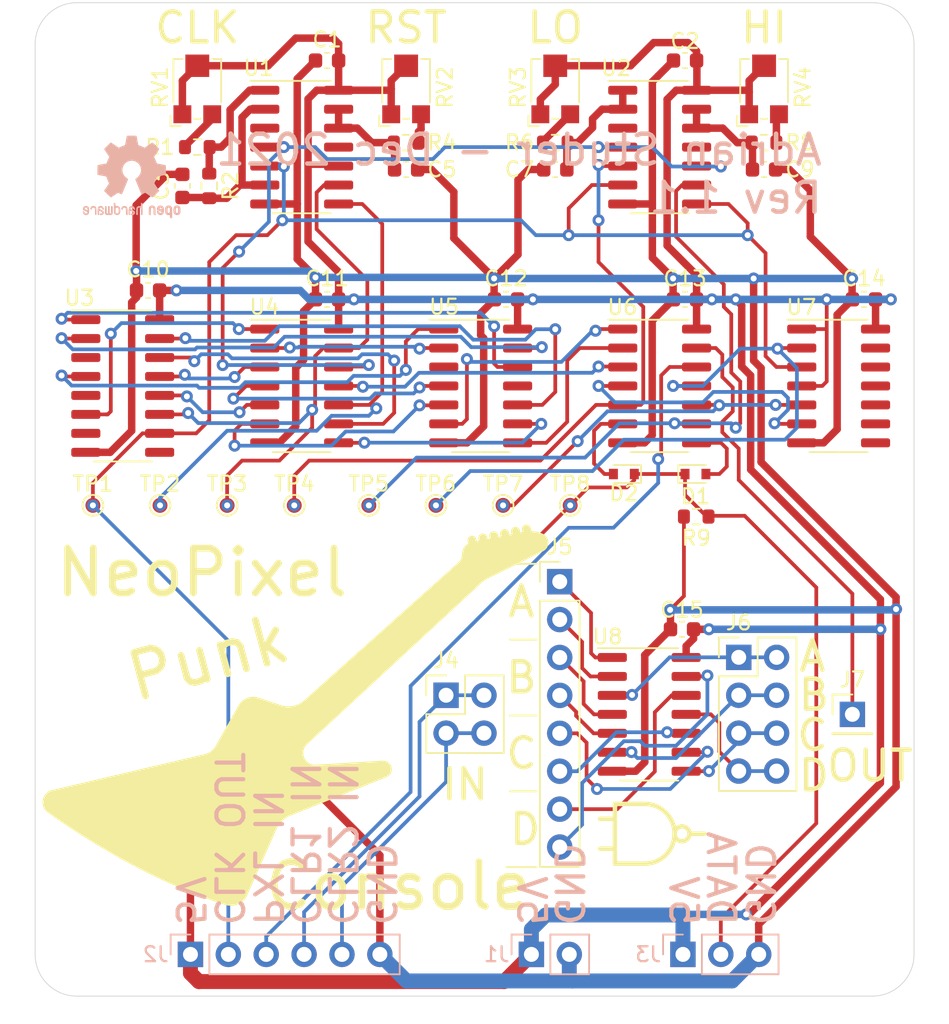
<source format=kicad_pcb>
(kicad_pcb (version 20211014) (generator pcbnew)
  (title_block (title "NeoPixel Punk Console") (date "2021-12-16") (rev "Rev 1.1") (company "Adrian Studer"))
  (layers (0 "F.Cu" signal) (31 "B.Cu" signal) (34 "B.Paste" user) (35 "F.Paste" user) (36 "B.SilkS" user "B.Silkscreen") (37 "F.SilkS" user "F.Silkscreen") (38 "B.Mask" user) (39 "F.Mask" user) (44 "Edge.Cuts" user))
  (net 0 "")
  (net 1 "GND")
  (net 2 "Net-(C3-Pad1)")
  (net 3 "Net-(R1-Pad2)")
  (net 4 "Net-(R1-Pad1)")
  (net 5 "+5V")
  (net 6 "Net-(U1-Pad11)")
  (net 7 "/CLK")
  (net 8 "Net-(U1-Pad3)")
  (net 9 "Net-(C5-Pad1)")
  (net 10 "Net-(C7-Pad1)")
  (net 11 "Net-(R4-Pad1)")
  (net 12 "Net-(R6-Pad1)")
  (net 13 "Net-(U3-Pad3)")
  (net 14 "/LO_PULSE")
  (net 15 "/HI_PULSE")
  (net 16 "/RST")
  (net 17 "Net-(C9-Pad1)")
  (net 18 "Net-(R8-Pad1)")
  (net 19 "/RST_PULSE")
  (net 20 "/COLOR_IN")
  (net 21 "/~{RST_PULSE}")
  (net 22 "Net-(U2-Pad11)")
  (net 23 "Net-(U2-Pad3)")
  (net 24 "Net-(U3-Pad15)")
  (net 25 "Net-(U3-Pad14)")
  (net 26 "Net-(U3-Pad13)")
  (net 27 "Net-(U3-Pad12)")
  (net 28 "Net-(U3-Pad9)")
  (net 29 "Net-(U3-Pad7)")
  (net 30 "Net-(U3-Pad6)")
  (net 31 "Net-(U3-Pad5)")
  (net 32 "Net-(U3-Pad4)")
  (net 33 "Net-(U3-Pad2)")
  (net 34 "Net-(U3-Pad1)")
  (net 35 "Net-(U4-Pad11)")
  (net 36 "Net-(U4-Pad8)")
  (net 37 "Net-(U4-Pad6)")
  (net 38 "Net-(U4-Pad4)")
  (net 39 "Net-(U4-Pad2)")
  (net 40 "Net-(U5-Pad8)")
  (net 41 "Net-(U5-Pad6)")
  (net 42 "Net-(D2-Pad2)")
  (net 43 "Net-(D1-Pad2)")
  (net 44 "/DATA_OUT")
  (net 45 "/COLOR_IN2")
  (net 46 "/COLOR_IN1")
  (net 47 "/PIXEL_IN")
  (net 48 "Net-(J5-Pad8)")
  (net 49 "Net-(J5-Pad7)")
  (net 50 "Net-(J5-Pad6)")
  (net 51 "Net-(J5-Pad5)")
  (net 52 "Net-(J5-Pad4)")
  (net 53 "Net-(J5-Pad3)")
  (net 54 "Net-(J5-Pad2)")
  (net 55 "Net-(J5-Pad1)")
  (net 56 "Net-(J6-Pad3)")
  (net 57 "Net-(J6-Pad1)")
  (net 58 "/DATA_RAW")
  (net 59 "/DATA_SYNC")
  (net 60 "/~{DATA_SYNC}")
  (net 61 "Net-(D3-Pad2)")
  (net 62 "Net-(J6-Pad7)")
  (net 63 "Net-(J6-Pad5)")
  (net 64 "Net-(U7-Pad13)")
  (net 65 "Net-(U7-Pad12)")
  (net 66 "Net-(U7-Pad11)")
  (net 67 "Net-(U7-Pad10)")
  (net 68 "Net-(U7-Pad9)")
  (net 69 "Net-(U7-Pad8)")
  (footprint "Capacitor_SMD:C_0603_1608Metric" (layer "F.Cu") (at 129 80.6 90)
    (fp_text reference "C3")
    (fp_text value "1nF")
  )
  (footprint "Resistor_SMD:R_0603_1608Metric" (layer "F.Cu") (at 130 78)
    (fp_text reference "R1")
    (fp_text value "220R")
  )
  (footprint "Resistor_SMD:R_0603_1608Metric" (layer "F.Cu") (at 130.8 80.6 -90)
    (fp_text reference "R2")
    (fp_text value "100R")
  )
  (footprint "parts:Potentiometer_Bourns_TC33X_Vertical" (layer "F.Cu") (at 130 74 90)
    (fp_text reference "RV1")
    (fp_text value "5K")
  )
  (footprint "Package_SO:SOIC-14_3.9x8.7mm_P1.27mm" (layer "F.Cu") (at 137 78)
    (fp_text reference "U1")
    (fp_text value "TLC556")
  )
  (footprint "Capacitor_SMD:C_0603_1608Metric" (layer "F.Cu") (at 154 79.5 180)
    (fp_text reference "C7")
    (fp_text value "1nF")
  )
  (footprint "Capacitor_SMD:C_0603_1608Metric" (layer "F.Cu") (at 168 79.5)
    (fp_text reference "C9")
    (fp_text value "1nF")
  )
  (footprint "Resistor_SMD:R_0603_1608Metric" (layer "F.Cu") (at 154 77.7)
    (fp_text reference "R6")
    (fp_text value "100R")
  )
  (footprint "Resistor_SMD:R_0603_1608Metric" (layer "F.Cu") (at 168 77.7 180)
    (fp_text reference "R8")
    (fp_text value "430R")
  )
  (footprint "parts:Potentiometer_Bourns_TC33X_Vertical" (layer "F.Cu") (at 154 74 90)
    (fp_text reference "RV3")
    (fp_text value "500R")
  )
  (footprint "parts:Potentiometer_Bourns_TC33X_Vertical" (layer "F.Cu") (at 168 74 90)
    (fp_text reference "RV4")
    (fp_text value "500R")
  )
  (footprint "Package_SO:SOIC-14_3.9x8.7mm_P1.27mm" (layer "F.Cu") (at 161 78)
    (fp_text reference "U2")
    (fp_text value "TLC556")
  )
  (footprint "TestPoint:TestPoint_Pad_D1.0mm" (layer "F.Cu") (at 123 102)
    (fp_text reference "TP1")
    (fp_text value "TestPoint")
  )
  (footprint "TestPoint:TestPoint_Pad_D1.0mm" (layer "F.Cu") (at 136.5 102)
    (fp_text reference "TP4")
    (fp_text value "TestPoint")
  )
  (footprint "TestPoint:TestPoint_Pad_D1.0mm" (layer "F.Cu") (at 141.5 102)
    (fp_text reference "TP5")
    (fp_text value "TestPoint")
  )
  (footprint "Capacitor_SMD:C_0603_1608Metric" (layer "F.Cu") (at 144 79.5)
    (fp_text reference "C5")
    (fp_text value "0.1uF")
  )
  (footprint "Resistor_SMD:R_0603_1608Metric" (layer "F.Cu") (at 144 77.7 180)
    (fp_text reference "R4")
    (fp_text value "220R")
  )
  (footprint "parts:Potentiometer_Bourns_TC33X_Vertical" (layer "F.Cu") (at 144 74 90)
    (fp_text reference "RV2")
    (fp_text value "3K")
  )
  (footprint "TestPoint:TestPoint_Pad_D1.0mm" (layer "F.Cu") (at 127.5 102)
    (fp_text reference "TP2")
    (fp_text value "TestPoint")
  )
  (footprint "TestPoint:TestPoint_Pad_D1.0mm" (layer "F.Cu") (at 132 102)
    (fp_text reference "TP3")
    (fp_text value "TestPoint")
  )
  (footprint "TestPoint:TestPoint_Pad_D1.0mm" (layer "F.Cu") (at 146 102)
    (fp_text reference "TP6")
    (fp_text value "TestPoint")
  )
  (footprint "TestPoint:TestPoint_Pad_D1.0mm" (layer "F.Cu") (at 150.5 102)
    (fp_text reference "TP7")
    (fp_text value "TestPoint")
  )
  (footprint "TestPoint:TestPoint_Pad_D1.0mm" (layer "F.Cu") (at 155 102)
    (fp_text reference "TP8")
    (fp_text value "TestPoint")
  )
  (footprint "Package_SO:SOIC-16_3.9x9.9mm_P1.27mm" (layer "F.Cu") (at 125 94)
    (fp_text reference "U3")
    (fp_text value "74HC4020")
  )
  (footprint "Package_SO:SOIC-14_3.9x8.7mm_P1.27mm" (layer "F.Cu") (at 173 94)
    (fp_text reference "U7")
    (fp_text value "74HC74")
  )
  (footprint "Capacitor_SMD:C_0603_1608Metric" (layer "F.Cu") (at 138.7 72.2 180)
    (fp_text reference "C1")
    (fp_text value "0.1uF")
  )
  (footprint "Capacitor_SMD:C_0603_1608Metric" (layer "F.Cu") (at 162.7 72.2 180)
    (fp_text reference "C2")
    (fp_text value "0.1uF")
  )
  (footprint "Capacitor_SMD:C_0603_1608Metric" (layer "F.Cu") (at 150.7 88.2 180)
    (fp_text reference "C12")
    (fp_text value "0.1uF")
  )
  (footprint "Capacitor_SMD:C_0603_1608Metric" (layer "F.Cu") (at 162.7 88.2 180)
    (fp_text reference "C13")
    (fp_text value "0.1uF")
  )
  (footprint "Capacitor_SMD:C_0603_1608Metric" (layer "F.Cu") (at 174.7 88.2 180)
    (fp_text reference "C14")
    (fp_text value "0.1uF")
  )
  (footprint "Diode_SMD:D_SOD-523" (layer "F.Cu") (at 158.6 99.9 180)
    (fp_text reference "D2")
    (fp_text value "Diode")
  )
  (footprint "Diode_SMD:D_SOD-523" (layer "F.Cu") (at 163.4 99.9)
    (fp_text reference "D1")
    (fp_text value "Diode")
  )
  (footprint "Capacitor_SMD:C_0603_1608Metric" (layer "F.Cu") (at 126.7 87.6 180)
    (fp_text reference "C10")
    (fp_text value "0.1uF")
  )
  (footprint "Capacitor_SMD:C_0603_1608Metric" (layer "F.Cu") (at 138.7 88.2 180)
    (fp_text reference "C11")
    (fp_text value "0.1uF")
  )
  (footprint "Connector_PinHeader_2.54mm:PinHeader_2x04_P2.54mm_Vertical" (layer "F.Cu") (at 166.3 112.18)
    (fp_text reference "J6")
    (fp_text value "Conn_02x04")
  )
  (footprint "Package_SO:SOIC-14_3.9x8.7mm_P1.27mm" (layer "F.Cu") (at 160.3 116)
    (fp_text reference "U8")
    (fp_text value "74HC00")
  )
  (footprint "Connector_PinHeader_2.54mm:PinHeader_1x01_P2.54mm_Vertical" (layer "F.Cu") (at 173.92 116)
    (fp_text reference "J7")
    (fp_text value "Conn_01x01")
  )
  (footprint "Connector_PinHeader_2.54mm:PinHeader_2x02_P2.54mm_Vertical" (layer "F.Cu") (at 146.68 114.72)
    (fp_text reference "J4")
    (fp_text value "Conn_02x02")
  )
  (footprint "Capacitor_SMD:C_0603_1608Metric" (layer "F.Cu") (at 162.5 110.3 180)
    (fp_text reference "C15")
    (fp_text value "0.1uF")
  )
  (footprint "Connector_PinHeader_2.54mm:PinHeader_1x08_P2.54mm_Vertical" (layer "F.Cu") (at 154.3 107.11)
    (fp_text reference "J5")
    (fp_text value "Conn_01x08")
  )
  (footprint "MountingHole:MountingHole_2.7mm_M2.5" (layer "F.Cu") (at 121.92 71.12)
    (fp_text reference "H1" hide)
    (fp_text value "MountingHole")
  )
  (footprint "MountingHole:MountingHole_2.7mm_M2.5" (layer "F.Cu") (at 121.92 132.08)
    (fp_text reference "H2" hide)
    (fp_text value "MountingHole")
  )
  (footprint "MountingHole:MountingHole_2.7mm_M2.5" (layer "F.Cu") (at 175.26 71.12)
    (fp_text reference "H3" hide)
    (fp_text value "MountingHole")
  )
  (footprint "MountingHole:MountingHole_2.7mm_M2.5" (layer "F.Cu") (at 175.26 132.08)
    (fp_text reference "H4" hide)
    (fp_text value "MountingHole")
  )
  (footprint "LED_SMD:LED_WS2812B_PLCC4_5.0x5.0mm_P3.2mm" (layer "F.Cu") (at 133.2 121 45)
    (fp_text reference "D3" hide)
    (fp_text value "WS2812B")
  )
  (footprint "Resistor_SMD:R_0603_1608Metric" (layer "F.Cu") (at 163.45 102.75 180)
    (fp_text reference "R9")
    (fp_text value "1K")
  )
  (footprint "Package_SO:SOIC-14_3.9x8.7mm_P1.27mm" (layer "F.Cu") (at 149 94)
    (fp_text reference "U5")
    (fp_text value "74HC21")
  )
  (footprint "Package_SO:SOIC-14_3.9x8.7mm_P1.27mm" (layer "F.Cu") (at 161 94)
    (fp_text reference "U6")
    (fp_text value "74HC08")
  )
  (footprint "Package_SO:SOIC-14_3.9x8.7mm_P1.27mm" (layer "F.Cu") (at 137 94)
    (fp_text reference "U4")
    (fp_text value "74HC04")
  )
  (footprint "Connector_PinHeader_2.54mm:PinHeader_1x02_P2.54mm_Vertical" (layer "B.Cu") (at 152.4 132.08 -90)
    (fp_text reference "J1")
    (fp_text value "Conn_01x02")
  )
  (footprint "Connector_PinHeader_2.54mm:PinHeader_1x03_P2.54mm_Vertical" (layer "B.Cu") (at 162.56 132.08 -90)
    (fp_text reference "J3")
    (fp_text value "Conn_01x03")
  )
  (footprint "Connector_PinHeader_2.54mm:PinHeader_1x06_P2.54mm_Vertical" (layer "B.Cu") (at 129.54 132.08 -90)
    (fp_text reference "J2")
    (fp_text value "Conn_01x06")
  )
  (footprint "Symbol:OSHW-Logo2_7.3x6mm_SilkScreen" (layer "B.Cu") (at 125.6 80 180)
    (fp_text reference "REF**" hide)
    (fp_text value "OSHW-Logo2_7.3x6mm_SilkScreen" hide)
  )
  (gr_line (start 163 124) (end 164 124) (layer "F.SilkS") (width 0.3))
  (gr_poly (pts (xy 133.875263 121.254362) (xy 133.379537 121.692261) (xy 131.890665 120.006682) (xy 132.386326 119.568771) (xy 133.875263 121.254362)) (layer "F.SilkS") (width 0.066145) (fill solid))
  (gr_poly (pts (xy 152.926043 104.573072) (xy 149.145989 106.436565) (xy 148.295837 105.47415) (xy 148.299839 105.447286) (xy 148.303296 105.420304) (xy 148.306202 105.393213) (xy 148.308548 105.36602) (xy 148.310328 105.338732) (xy 148.311535 105.311362) (xy 148.312162 105.283913) (xy 148.312202 105.256394) (xy 148.312331 105.246363) (xy 148.312901 105.236424) (xy 148.313902 105.226586) (xy 148.315326 105.21686) (xy 148.317166 105.207257) (xy 148.319411 105.19779) (xy 148.325084 105.179296) (xy 148.332281 105.161466) (xy 148.340928 105.144385) (xy 148.35096 105.128139) (xy 148.362304 105.112811) (xy 148.374897 105.09849) (xy 148.388664 105.085259) (xy 148.403542 105.073203) (xy 148.419457 105.06241) (xy 148.436344 105.052964) (xy 148.44513 105.048773) (xy 148.454132 105.04495) (xy 148.463343 105.041507) (xy 148.472754 105.038453) (xy 148.482356 105.035802) (xy 148.49214 105.033562) (xy 151.952162 104.320751) (xy 152.012941 104.309405) (xy 152.074007 104.300331) (xy 152.135293 104.293525) (xy 152.196727 104.288978) (xy 152.258239 104.286686) (xy 152.319762 104.28664) (xy 152.381222 104.288835) (xy 152.442553 104.293264) (xy 152.503682 104.299921) (xy 152.564541 104.308798) (xy 152.625059 104.319891) (xy 152.685167 104.33319) (xy 152.744795 104.348692) (xy 152.803871 104.366388) (xy 152.86233 104.386272) (xy 152.920097 104.408339) (xy 152.924405 104.410185) (xy 152.928491 104.412143) (xy 152.93236 104.414208) (xy 152.93602 104.41637) (xy 152.939476 104.418624) (xy 152.942733 104.420964) (xy 152.945797 104.423381) (xy 152.948675 104.42587) (xy 152.951371 104.428421) (xy 152.953891 104.43103) (xy 152.956241 104.433688) (xy 152.958427 104.43639) (xy 152.960454 104.439127) (xy 152.96233 104.441894) (xy 152.965644 104.447484) (xy 152.968417 104.453109) (xy 152.970694 104.458709) (xy 152.972522 104.464229) (xy 152.973947 104.469614) (xy 152.975012 104.474806) (xy 152.975766 104.479752) (xy 152.976253 104.484395) (xy 152.976523 104.488678) (xy 152.976573 104.492986) (xy 152.97643 104.497666) (xy 152.976041 104.502665) (xy 152.975356 104.507934) (xy 152.974328 104.513418) (xy 152.972905 104.519065) (xy 152.971038 104.524825) (xy 152.968677 104.530643) (xy 152.967295 104.533558) (xy 152.965772 104.536469) (xy 152.964101 104.539369) (xy 152.962275 104.542249) (xy 152.960288 104.545107) (xy 152.958134 104.547934) (xy 152.955807 104.550723) (xy 152.953301 104.553468) (xy 152.950607 104.556164) (xy 152.947724 104.558802) (xy 152.944642 104.561377) (xy 152.941356 104.563881) (xy 152.937859 104.566311) (xy 152.934145 104.568656) (xy 152.930209 104.570912) (xy 152.926043 104.573072)) (layer "F.SilkS") (width 0.066145) (fill solid))
  (gr_poly (pts (xy 133.461025 124.414973) (xy 133.440184 124.392379) (xy 133.418443 124.370735) (xy 133.395843 124.350064) (xy 133.372425 124.330388) (xy 133.348225 124.311732) (xy 133.323287 124.294114) (xy 133.29765 124.27756) (xy 133.271354 124.262092) (xy 133.24444 124.247729) (xy 133.216947 124.234499) (xy 133.188914 124.222421) (xy 133.160384 124.211519) (xy 133.131395 124.201813) (xy 133.101989 124.193327) (xy 133.072204 124.186082) (xy 133.042081 124.180104) (xy 133.000872 124.174022) (xy 132.959695 124.170286) (xy 132.918633 124.168876) (xy 132.877772 124.169766) (xy 132.837193 124.172934) (xy 132.796979 124.178355) (xy 132.757216 124.186008) (xy 132.717987 124.195866) (xy 132.679375 124.207909) (xy 132.641462 124.222112) (xy 132.604334 124.238452) (xy 132.568073 124.256904) (xy 132.532764 124.277447) (xy 132.498489 124.300057) (xy 132.465333 124.324708) (xy 132.433377 124.351379) (xy 132.40598 124.376861) (xy 132.380181 124.403419) (xy 132.355985 124.43099) (xy 132.333396 124.459509) (xy 132.312419 124.488911) (xy 132.293057 124.519131) (xy 132.275314 124.550104) (xy 132.259194 124.581765) (xy 132.244702 124.61405) (xy 132.23184 124.646891) (xy 132.220614 124.680225) (xy 132.21103 124.713988) (xy 132.203086 124.748111) (xy 132.196791 124.782534) (xy 132.192148 124.81719) (xy 132.18916 124.852012) (xy 132.187832 124.886937) (xy 132.188166 124.921899) (xy 132.190169 124.956835) (xy 132.193844 124.991677) (xy 132.199195 125.026362) (xy 132.206225 125.060825) (xy 132.214939 125.094999) (xy 132.225342 125.128821) (xy 132.237436 125.162226) (xy 132.251226 125.195147) (xy 132.266715 125.227521) (xy 132.283909 125.259283) (xy 132.302812 125.290365) (xy 132.323426 125.320705) (xy 132.345757 125.350238) (xy 132.369807 125.378897) (xy 132.390638 125.401491) (xy 132.41237 125.423135) (xy 132.434963 125.443808) (xy 132.458379 125.463488) (xy 132.482576 125.482149) (xy 132.507513 125.499772) (xy 132.53315 125.516332) (xy 132.559447 125.531807) (xy 132.586365 125.546174) (xy 132.613861 125.559412) (xy 132.641896 125.571496) (xy 132.67043 125.582405) (xy 132.699421 125.592115) (xy 132.72883 125.600605) (xy 132.758617 125.607851) (xy 132.78874 125.613831) (xy 132.829949 125.619913) (xy 132.871123 125.623648) (xy 132.912182 125.625058) (xy 132.953039 125.624166) (xy 132.993613 125.620998) (xy 133.03382 125.615574) (xy 133.073577 125.607922) (xy 133.112801 125.598062) (xy 133.151407 125.586019) (xy 133.189313 125.571815) (xy 133.226436 125.555474) (xy 133.262692 125.537021) (xy 133.297997 125.516478) (xy 133.332269 125.493868) (xy 133.365423 125.469216) (xy 133.397378 125.442545) (xy 133.424 125.417841) (xy 133.449221 125.392036) (xy 133.473017 125.365178) (xy 133.495364 125.337312) (xy 133.51624 125.30849) (xy 133.53562 125.278759) (xy 133.553482 125.248165) (xy 133.569801 125.216758) (xy 133.584554 125.184584) (xy 133.597718 125.151694) (xy 133.60927 125.118134) (xy 133.619184 125.083952) (xy 133.627438 125.049196) (xy 133.634009 125.013914) (xy 133.638872 124.978156) (xy 133.642006 124.941967) (xy 133.643373 124.905681) (xy 133.642968 124.869605) (xy 133.640811 124.83379) (xy 133.636917 124.798286) (xy 133.631303 124.763145) (xy 133.623988 124.728417) (xy 133.614988 124.694153) (xy 133.604321 124.660402) (xy 133.592003 124.627217) (xy 133.578052 124.594646) (xy 133.562487 124.562742) (xy 133.545322 124.531553) (xy 133.526575 124.501131) (xy 133.506266 124.471528) (xy 133.484411 124.442791) (xy 133.461025 124.414973)) (layer "F.SilkS") (width 0.066145) (fill solid))
  (gr_poly (pts (xy 132.015858 126.749342) (xy 132.007136 126.756629) (xy 131.998084 126.763361) (xy 131.988723 126.769537) (xy 131.979077 126.775148) (xy 131.969168 126.780187) (xy 131.959022 126.784649) (xy 131.94866 126.788529) (xy 131.938105 126.791817) (xy 131.927382 126.794508) (xy 131.916511 126.796596) (xy 131.905517 126.798075) (xy 131.894423 126.798938) (xy 131.88325 126.79918) (xy 131.872025 126.798793) (xy 131.860767 126.797772) (xy 131.849504 126.796108) (xy 131.843507 126.794957) (xy 131.837218 126.793542) (xy 131.830664 126.79184) (xy 131.823875 126.789826) (xy 131.816884 126.787472) (xy 131.80972 126.784755) (xy 131.802413 126.781647) (xy 131.794995 126.778126) (xy 131.787496 126.774165) (xy 131.779946 126.769737) (xy 131.772374 126.764819) (xy 131.764813 126.759385) (xy 131.757292 126.753408) (xy 131.749842 126.746864) (xy 131.742494 126.739727) (xy 131.735278 126.731974) (xy 131.728892 126.724384) (xy 131.722925 126.716542) (xy 131.71738 126.708462) (xy 131.712262 126.700159) (xy 131.707578 126.691645) (xy 131.703329 126.682934) (xy 131.699523 126.674041) (xy 131.696162 126.664979) (xy 131.693253 126.655761) (xy 131.690798 126.646403) (xy 131.688804 126.636917) (xy 131.687275 126.627318) (xy 131.686215 126.617619) (xy 131.685629 126.607833) (xy 131.685522 126.597976) (xy 131.685897 126.58806) (xy 131.686744 126.578173) (xy 131.688064 126.568402) (xy 131.689852 126.558763) (xy 131.6921 126.54927) (xy 131.694803 126.539932) (xy 131.697954 126.530766) (xy 131.701546 126.521782) (xy 131.705573 126.512995) (xy 131.710028 126.504417) (xy 131.714904 126.496062) (xy 131.720197 126.487942) (xy 131.725898 126.48007) (xy 131.732 126.47246) (xy 131.738499 126.465124) (xy 131.745388 126.458077) (xy 131.752657 126.451328) (xy 131.761391 126.444044) (xy 131.770455 126.437312) (xy 131.779825 126.431137) (xy 131.789479 126.425527) (xy 131.799394 126.420489) (xy 131.809546 126.416028) (xy 131.819916 126.412151) (xy 131.830477 126.408864) (xy 131.841207 126.406174) (xy 131.852084 126.404087) (xy 131.863085 126.402608) (xy 131.874186 126.401747) (xy 131.885365 126.401507) (xy 131.896599 126.401896) (xy 131.907867 126.402919) (xy 131.919143 126.404584) (xy 131.925127 126.405734) (xy 131.931407 126.407146) (xy 131.937953 126.408847) (xy 131.944733 126.410861) (xy 131.951719 126.413212) (xy 131.958878 126.415931) (xy 131.96618 126.419035) (xy 131.973595 126.422557) (xy 131.981091 126.426518) (xy 131.98864 126.430945) (xy 131.99621 126.435863) (xy 132.00377 126.441297) (xy 132.011289 126.447274) (xy 132.018739 126.453816) (xy 132.026086 126.460953) (xy 132.033303 126.468708) (xy 132.039689 126.476297) (xy 132.045656 126.484139) (xy 132.051201 126.492219) (xy 132.056319 126.500523) (xy 132.061003 126.509037) (xy 132.065251 126.517747) (xy 132.069057 126.52664) (xy 132.072419 126.535702) (xy 132.075328 126.544918) (xy 132.077782 126.554277) (xy 132.079776 126.563763) (xy 132.081307 126.573362) (xy 132.082367 126.583062) (xy 132.082952 126.592847) (xy 132.08306 126.602704) (xy 132.082684 126.612621) (xy 132.081827 126.622507) (xy 132.080499 126.632275) (xy 132.078706 126.641913) (xy 132.076454 126.651406) (xy 132.073748 126.660743) (xy 132.070597 126.66991) (xy 132.067004 126.678892) (xy 132.062977 126.687679) (xy 132.058523 126.696257) (xy 132.053643 126.704613) (xy 132.048351 126.712731) (xy 132.042648 126.720604) (xy 132.036541 126.728213) (xy 132.030036 126.735549) (xy 132.02314 126.742595) (xy 132.015858 126.749342)) (layer "F.SilkS") (width 0.066145) (fill solid))
  (gr_poly (pts (xy 137.647229 119.915559) (xy 137.687252 119.92199) (xy 137.727613 119.927234) (xy 137.768276 119.931287) (xy 137.809205 119.934153) (xy 137.850366 119.935828) (xy 137.891725 119.936312) (xy 137.933244 119.935604) (xy 137.974891 119.933705) (xy 142.464051 119.664174) (xy 142.464515 119.6642) (xy 142.464986 119.664338) (xy 142.465462 119.664581) (xy 142.46594 119.664922) (xy 142.466416 119.665356) (xy 142.466889 119.665874) (xy 142.467356 119.666469) (xy 142.467814 119.667134) (xy 142.46826 119.667865) (xy 142.468692 119.668652) (xy 142.469501 119.670368) (xy 142.470218 119.67223) (xy 142.470825 119.674182) (xy 142.471296 119.676168) (xy 142.471474 119.677158) (xy 142.47161 119.678134) (xy 142.471703 119.679093) (xy 142.471748 119.680024) (xy 142.471742 119.680923) (xy 142.471686 119.681783) (xy 142.471571 119.682596) (xy 142.471399 119.683356) (xy 142.471168 119.684054) (xy 142.470872 119.684686) (xy 142.470509 119.685243) (xy 142.470078 119.685721) (xy 142.469574 119.68611) (xy 142.468996 119.686403) (xy 136.030782 122.266337) (xy 135.928526 122.310201) (xy 135.829091 122.358644) (xy 135.732595 122.411554) (xy 135.639157 122.468816) (xy 135.548896 122.530319) (xy 135.461926 122.595946) (xy 135.378367 122.665587) (xy 135.29834 122.739123) (xy 135.22196 122.816446) (xy 135.149344 122.897439) (xy 135.080614 122.981988) (xy 135.015884 123.069982) (xy 134.955274 123.161306) (xy 134.898902 123.255845) (xy 134.846886 123.353486) (xy 134.799344 123.454117) (xy 132.839941 127.874469) (xy 132.828085 127.899751) (xy 132.815269 127.924322) (xy 132.801522 127.948164) (xy 132.786876 127.971263) (xy 132.771359 127.993602) (xy 132.755003 128.015164) (xy 132.737836 128.035933) (xy 132.71989 128.055894) (xy 132.701194 128.075032) (xy 132.68178 128.093327) (xy 132.661676 128.110767) (xy 132.640915 128.127334) (xy 132.619524 128.143013) (xy 132.597536 128.157785) (xy 132.57498 128.171638) (xy 132.551887 128.184554) (xy 132.528285 128.196516) (xy 132.504206 128.207508) (xy 132.47968 128.217516) (xy 132.454738 128.226522) (xy 132.429409 128.234512) (xy 132.403724 128.241467) (xy 132.377712 128.247372) (xy 132.351405 128.252212) (xy 132.324832 128.255969) (xy 132.298023 128.25863) (xy 132.271009 128.260177) (xy 132.243821 128.260593) (xy 132.216487 128.259863) (xy 132.189039 128.257971) (xy 132.161507 128.2549) (xy 132.133921 128.250636) (xy 132.123704 128.24875) (xy 132.113485 128.246693) (xy 132.103274 128.244467) (xy 132.093081 128.242076) (xy 132.082918 128.239518) (xy 132.072793 128.236799) (xy 132.06272 128.233918) (xy 132.052707 128.230878) (xy 131.086953 127.91078) (xy 130.134731 127.558616) (xy 129.199751 127.179491) (xy 128.285732 126.778507) (xy 127.396389 126.360769) (xy 126.535434 125.931381) (xy 124.913549 125.058065) (xy 123.449798 124.19939) (xy 122.173896 123.396184) (xy 121.115561 122.689279) (xy 120.304512 122.119506) (xy 120.292083 122.11011) (xy 120.280527 122.100476) (xy 120.269813 122.090628) (xy 120.259911 122.080594) (xy 120.250792 122.070401) (xy 120.242426 122.060076) (xy 120.234784 122.049648) (xy 120.227836 122.039141) (xy 120.221551 122.028586) (xy 120.215901 122.018008) (xy 120.210856 122.007431) (xy 120.206385 121.996888) (xy 120.202461 121.986402) (xy 120.199052 121.976003) (xy 120.193662 121.955568) (xy 120.18998 121.935802) (xy 120.187766 121.91692) (xy 120.186784 121.89914) (xy 120.186797 121.882678) (xy 120.187568 121.867754) (xy 120.188858 121.854582) (xy 120.192046 121.834366) (xy 120.194007 121.825438) (xy 120.196841 121.814513) (xy 120.200685 121.801883) (xy 120.205674 121.787838) (xy 120.211943 121.772667) (xy 120.219631 121.756664) (xy 120.228872 121.740116) (xy 120.239804 121.723315) (xy 120.245945 121.71491) (xy 120.25256 121.70655) (xy 120.259666 121.698273) (xy 120.267279 121.690114) (xy 120.275417 121.682108) (xy 120.284096 121.674295) (xy 120.293333 121.666707) (xy 120.303146 121.659383) (xy 120.313552 121.652359) (xy 120.324568 121.645671) (xy 120.33621 121.639357) (xy 120.348496 121.633449) (xy 120.361442 121.627986) (xy 120.375066 121.623005) (xy 120.389384 121.618542) (xy 120.404416 121.614632) (xy 130.605256 119.215022) (xy 130.694106 119.191636) (xy 130.781263 119.163738) (xy 130.866571 119.131446) (xy 130.949874 119.094877) (xy 131.031019 119.054144) (xy 131.109849 119.009365) (xy 131.186212 118.960659) (xy 131.259951 118.908138) (xy 131.330913 118.851922) (xy 131.398939 118.792125) (xy 131.463879 118.728863) (xy 131.525575 118.662256) (xy 131.583874 118.592416) (xy 131.638618 118.519461) (xy 131.689655 118.443508) (xy 131.73683 118.364674) (xy 133.25401 115.671035) (xy 133.265367 115.651769) (xy 133.277401 115.633078) (xy 133.290092 115.614972) (xy 133.303417 115.597462) (xy 133.317353 115.580559) (xy 133.33188 115.564272) (xy 133.346973 115.548614) (xy 133.362612 115.533592) (xy 133.378774 115.519219) (xy 133.395437 115.505506) (xy 133.412578 115.492461) (xy 133.430176 115.480096) (xy 133.448209 115.468421) (xy 133.466652 115.457449) (xy 133.485486 115.447187) (xy 133.504687 115.437647) (xy 133.524235 115.42884) (xy 133.544105 115.420775) (xy 133.564277 115.413465) (xy 133.584727 115.406918) (xy 133.605434 115.401146) (xy 133.626376 115.396159) (xy 133.64753 115.391967) (xy 133.668873 115.388582) (xy 133.690385 115.386014) (xy 133.712043 115.384272) (xy 133.733823 115.383369) (xy 133.755706 115.383313) (xy 133.777668 115.384116) (xy 133.799686 115.385787) (xy 133.821738 115.388339) (xy 133.843804 115.391782) (xy 133.854253 115.393728) (xy 133.864683 115.395877) (xy 133.87509 115.398229) (xy 133.885464 115.400781) (xy 133.895801 115.403531) (xy 133.906093 115.406477) (xy 133.916333 115.409617) (xy 133.926515 115.412948) (xy 135.408696 115.912199) (xy 135.44741 115.924838) (xy 135.486405 115.936757) (xy 135.525649 115.947948) (xy 135.565107 115.958402) (xy 135.604747 115.968115) (xy 135.644534 115.977077) (xy 135.684435 115.985282) (xy 135.724419 115.992722) (xy 135.774207 116.000895) (xy 135.823993 116.007866) (xy 135.873764 116.013655) (xy 135.923502 116.01828) (xy 135.973194 116.021761) (xy 136.022822 116.024115) (xy 136.072375 116.025363) (xy 136.121835 116.025521) (xy 135.818314 116.293661) (xy 135.808656 116.302628) (xy 135.799495 116.312022) (xy 135.790842 116.321826) (xy 135.782709 116.332016) (xy 135.775103 116.342571) (xy 135.768039 116.353469) (xy 135.761523 116.364689) (xy 135.755568 116.376209) (xy 135.750185 116.388008) (xy 135.745382 116.400063) (xy 135.741172 116.412355) (xy 135.737566 116.42486) (xy 135.734571 116.437557) (xy 135.7322 116.450425) (xy 135.730464 116.463444) (xy 135.729372 116.476589) (xy 135.728923 116.489769) (xy 135.729131 116.502895) (xy 135.729987 116.515947) (xy 135.731482 116.528899) (xy 135.733607 116.541733) (xy 135.736358 116.554422) (xy 135.739723 116.566947) (xy 135.743697 116.579285) (xy 135.74827 116.591411) (xy 135.753435 116.603307) (xy 135.759185 116.614948) (xy 135.76551 116.626311) (xy 135.772402 116.637376) (xy 135.779854 116.648118) (xy 135.787859 116.658517) (xy 135.796408 116.668549) (xy 136.803404 117.792413) (xy 136.758674 117.856205) (xy 136.718011 117.921891) (xy 136.681455 117.989332) (xy 136.649048 118.058394) (xy 136.62083 118.128937) (xy 136.59684 118.200825) (xy 136.577119 118.273918) (xy 136.561706 118.34808) (xy 136.550641 118.423172) (xy 136.543968 118.499057) (xy 136.541724 118.575596) (xy 136.543949 118.652654) (xy 136.550684 118.730091) (xy 136.561971 118.80777) (xy 136.577847 118.885553) (xy 136.598355 118.963303) (xy 136.612858 119.009705) (xy 136.62883 119.055296) (xy 136.646237 119.100046) (xy 136.665053 119.143932) (xy 136.68525 119.186926) (xy 136.706798 119.229004) (xy 136.729669 119.270137) (xy 136.753832 119.310302) (xy 136.779262 119.34947) (xy 136.805928 119.387618) (xy 136.833801 119.424718) (xy 136.862852 119.460744) (xy 136.893056 119.495669) (xy 136.924379 119.529469) (xy 136.956796 119.562116) (xy 136.990277 119.593585) (xy 137.024793 119.62385) (xy 137.060315 119.652884) (xy 137.096815 119.680662) (xy 137.134264 119.707158) (xy 137.172635 119.732344) (xy 137.211896 119.756196) (xy 137.25202 119.778687) (xy 137.292978 119.799791) (xy 137.334742 119.819481) (xy 137.377284 119.837733) (xy 137.420572 119.85452) (xy 137.46458 119.869814) (xy 137.509278 119.883592) (xy 137.554638 119.895826) (xy 137.600631 119.906491) (xy 137.647229 119.915559)) (layer "F.SilkS") (width 0.066145) (fill solid))
  (gr_poly (pts (xy 131.879098 123.723769) (xy 131.88907 123.714497) (xy 131.898463 123.704833) (xy 131.907271 123.694805) (xy 131.915494 123.684433) (xy 131.92313 123.673743) (xy 131.930179 123.662756) (xy 131.936638 123.651498) (xy 131.942506 123.639993) (xy 131.947782 123.628261) (xy 131.952464 123.616328) (xy 131.95655 123.604216) (xy 131.960039 123.59195) (xy 131.96293 123.579553) (xy 131.965221 123.567048) (xy 131.966911 123.554459) (xy 131.967997 123.541809) (xy 131.968479 123.529122) (xy 131.968355 123.516421) (xy 131.967625 123.503729) (xy 131.966284 123.491071) (xy 131.964335 123.478469) (xy 131.961772 123.465947) (xy 131.958596 123.453529) (xy 131.954806 123.441238) (xy 131.950399 123.429096) (xy 131.945373 123.41713) (xy 131.939729 123.405361) (xy 131.933464 123.393813) (xy 131.926578 123.382508) (xy 131.919066 123.371472) (xy 131.91093 123.360726) (xy 131.902167 123.350297) (xy 130.062903 121.268109) (xy 130.053625 121.258124) (xy 130.043959 121.248722) (xy 130.033926 121.239906) (xy 130.023553 121.231676) (xy 130.012861 121.224034) (xy 130.001872 121.216982) (xy 129.990613 121.210521) (xy 129.979106 121.20465) (xy 129.967372 121.199375) (xy 129.955439 121.194693) (xy 129.943327 121.190608) (xy 129.931062 121.187121) (xy 129.918665 121.184233) (xy 129.90616 121.181945) (xy 129.893572 121.180258) (xy 129.880922 121.179175) (xy 129.868236 121.178695) (xy 129.855536 121.178822) (xy 129.842845 121.179557) (xy 129.830189 121.180899) (xy 129.817589 121.182852) (xy 129.805069 121.185416) (xy 129.792653 121.188592) (xy 129.780364 121.192382) (xy 129.768225 121.196788) (xy 129.75626 121.201811) (xy 129.744493 121.207452) (xy 129.732947 121.213712) (xy 129.721645 121.220594) (xy 129.710611 121.228097) (xy 129.699867 121.236224) (xy 129.689439 121.244976) (xy 129.679467 121.25425) (xy 129.670075 121.263913) (xy 129.661266 121.273941) (xy 129.653043 121.284312) (xy 129.645408 121.295003) (xy 129.638358 121.305989) (xy 129.631899 121.317247) (xy 129.626032 121.328753) (xy 129.620756 121.340485) (xy 129.616074 121.352419) (xy 129.611989 121.36453) (xy 129.608499 121.376796) (xy 129.605608 121.389193) (xy 129.603317 121.401698) (xy 129.601628 121.414287) (xy 129.600541 121.426937) (xy 129.600059 121.439624) (xy 129.600183 121.452325) (xy 129.600914 121.465017) (xy 129.602254 121.477676) (xy 129.604204 121.490277) (xy 129.606766 121.502799) (xy 129.609942 121.515217) (xy 129.613732 121.527508) (xy 129.618139 121.539648) (xy 129.623165 121.551616) (xy 129.628809 121.563385) (xy 129.635073 121.574933) (xy 129.641959 121.586238) (xy 129.649471 121.597273) (xy 129.657607 121.608019) (xy 129.666371 121.618449) (xy 131.505636 123.700636) (xy 131.51351 123.709179) (xy 131.52167 123.717299) (xy 131.530101 123.724995) (xy 131.538789 123.732266) (xy 131.547721 123.739112) (xy 131.556879 123.745529) (xy 131.56625 123.75152) (xy 131.575821 123.757081) (xy 131.585574 123.762214) (xy 131.595497 123.766914) (xy 131.605573 123.771185) (xy 131.61579 123.775022) (xy 131.626131 123.778426) (xy 131.636582 123.781395) (xy 131.647129 123.78393) (xy 131.657756 123.786029) (xy 131.672188 123.788156) (xy 131.686705 123.789491) (xy 131.701272 123.790033) (xy 131.715853 123.789778) (xy 131.730413 123.788725) (xy 131.744917 123.786871) (xy 131.75933 123.784213) (xy 131.773616 123.78075) (xy 131.787739 123.776479) (xy 131.801665 123.771398) (xy 131.815359 123.765504) (xy 131.828783 123.758796) (xy 131.841905 123.751271) (xy 131.854689 123.742926) (xy 131.867098 123.733759) (xy 131.879098 123.723769)) (layer "F.SilkS") (width 0.066145) (fill solid))
  (gr_poly (pts (xy 137.175602 117.41475) (xy 136.368285 116.513754) (xy 147.876226 106.242962) (xy 147.90379 106.217606) (xy 147.930521 106.191531) (xy 147.956412 106.164763) (xy 147.981463 106.137328) (xy 148.00567 106.109254) (xy 148.029028 106.080566) (xy 148.051537 106.05129) (xy 148.073192 106.021453) (xy 148.712096 106.744718) (xy 137.175602 117.41475)) (layer "F.SilkS") (width 0.066145) (fill solid))
  (gr_poly (pts (xy 153.505157 104.469052) (xy 153.501821 104.4231) (xy 153.495307 104.378117) (xy 153.485701 104.334223) (xy 153.473085 104.291539) (xy 153.457546 104.250185) (xy 153.43917 104.210283) (xy 153.41804 104.171953) (xy 153.39424 104.135316) (xy 153.367858 104.100493) (xy 153.338976 104.067604) (xy 153.307683 104.03677) (xy 153.274059 104.008112) (xy 153.238192 103.981751) (xy 153.200166 103.957808) (xy 153.160067 103.936402) (xy 153.11798 103.917655) (xy 153.06421 103.896779) (xy 153.00988 103.877297) (xy 152.955034 103.859225) (xy 152.89972 103.842582) (xy 152.843985 103.827381) (xy 152.787874 103.81364) (xy 152.731437 103.801375) (xy 152.674717 103.7906) (xy 152.638007 103.784455) (xy 152.601261 103.778957) (xy 152.564488 103.774096) (xy 152.527686 103.769862) (xy 152.490864 103.76625) (xy 152.454026 103.763247) (xy 152.417176 103.760847) (xy 152.380319 103.75904) (xy 152.321278 103.518317) (xy 152.317705 103.505179) (xy 152.313515 103.492376) (xy 152.308729 103.479921) (xy 152.303367 103.467824) (xy 152.29745 103.456098) (xy 152.290998 103.444755) (xy 152.28403 103.433808) (xy 152.276568 103.423269) (xy 152.268629 103.413148) (xy 152.260237 103.403462) (xy 152.25141 103.394219) (xy 152.242168 103.385433) (xy 152.232532 103.377116) (xy 152.222522 103.36928) (xy 152.212156 103.361937) (xy 152.201458 103.3551) (xy 152.190446 103.348779) (xy 152.17914 103.34299) (xy 152.16756 103.337741) (xy 152.155727 103.333048) (xy 152.143661 103.328921) (xy 152.131381 103.325373) (xy 152.11891 103.322415) (xy 152.106264 103.320062) (xy 152.093467 103.318324) (xy 152.080536 103.317212) (xy 152.067494 103.31674) (xy 152.054359 103.316921) (xy 152.041152 103.317765) (xy 152.027893 103.319287) (xy 152.014601 103.321496) (xy 152.0013 103.324407) (xy 151.98816 103.327985) (xy 151.975358 103.332182) (xy 151.962901 103.336971) (xy 151.950802 103.342336) (xy 151.939077 103.348255) (xy 151.927733 103.35471) (xy 151.916786 103.36168) (xy 151.906246 103.369144) (xy 151.896127 103.377082) (xy 151.886439 103.385475) (xy 151.877197 103.394302) (xy 151.868411 103.403543) (xy 151.860094 103.413179) (xy 151.852258 103.423188) (xy 151.844915 103.433551) (xy 151.838079 103.444249) (xy 151.831759 103.455259) (xy 151.825969 103.466564) (xy 151.820722 103.478142) (xy 151.816029 103.489973) (xy 151.811903 103.502036) (xy 151.808355 103.514314) (xy 151.805397 103.526784) (xy 151.803044 103.539427) (xy 151.801306 103.552223) (xy 151.800195 103.565152) (xy 151.799724 103.578194) (xy 151.799904 103.591326) (xy 151.800749 103.604533) (xy 151.802271 103.617791) (xy 151.80448 103.631081) (xy 151.807391 103.644384) (xy 151.846102 103.802333) (xy 151.845274 103.802455) (xy 151.63444 103.84588) (xy 151.590844 103.668396) (xy 151.58726 103.655251) (xy 151.583059 103.642443) (xy 151.578264 103.629984) (xy 151.572893 103.617885) (xy 151.566967 103.606159) (xy 151.560507 103.594817) (xy 151.553532 103.583872) (xy 151.54606 103.573337) (xy 151.538117 103.563223) (xy 151.529716 103.553541) (xy 151.520885 103.544304) (xy 151.511637 103.535526) (xy 151.501996 103.527216) (xy 151.491981 103.519388) (xy 151.481612 103.512054) (xy 151.47091 103.505226) (xy 151.459896 103.498915) (xy 151.448587 103.493134) (xy 151.437006 103.487894) (xy 151.425172 103.48321) (xy 151.413105 103.479091) (xy 151.400827 103.475551) (xy 151.388355 103.4726) (xy 151.375711 103.470251) (xy 151.362915 103.468518) (xy 151.349987 103.467412) (xy 151.336949 103.466943) (xy 151.323818 103.467126) (xy 151.310615 103.467971) (xy 151.297362 103.469492) (xy 151.284077 103.4717) (xy 151.270781 103.474605) (xy 151.257642 103.478191) (xy 151.244837 103.48239) (xy 151.232378 103.487186) (xy 151.220281 103.492555) (xy 151.208554 103.498479) (xy 151.19721 103.504939) (xy 151.186262 103.511912) (xy 151.175723 103.51938) (xy 151.165603 103.527322) (xy 151.155916 103.535718) (xy 151.146674 103.544548) (xy 151.137888 103.553792) (xy 151.129571 103.56343) (xy 151.121737 103.573442) (xy 151.114395 103.583807) (xy 151.107558 103.594506) (xy 151.101241 103.605518) (xy 151.095453 103.616824) (xy 151.090208 103.628403) (xy 151.085517 103.640235) (xy 151.081392 103.6523) (xy 151.077847 103.664579) (xy 151.074893 103.677051) (xy 151.072542 103.689694) (xy 151.070808 103.702492) (xy 151.069701 103.715421) (xy 151.069234 103.728463) (xy 151.069419 103.741598) (xy 151.070269 103.754805) (xy 151.071795 103.768063) (xy 151.074011 103.781355) (xy 151.076928 103.794659) (xy 151.115809 103.952773) (xy 150.904277 103.996342) (xy 150.860832 103.819154) (xy 150.857247 103.806009) (xy 150.853048 103.793199) (xy 150.848255 103.780738) (xy 150.842888 103.768635) (xy 150.836966 103.756906) (xy 150.830509 103.745559) (xy 150.823538 103.734608) (xy 150.816072 103.724067) (xy 150.808134 103.713947) (xy 150.79974 103.704259) (xy 150.790913 103.695015) (xy 150.781672 103.686228) (xy 150.772037 103.677912) (xy 150.762029 103.670075) (xy 150.751667 103.662732) (xy 150.740971 103.655895) (xy 150.729962 103.649576) (xy 150.71866 103.643787) (xy 150.707083 103.63854) (xy 150.695255 103.633847) (xy 150.683193 103.62972) (xy 150.670917 103.626172) (xy 150.65845 103.623214) (xy 150.645809 103.62086) (xy 150.633014 103.61912) (xy 150.620088 103.618007) (xy 150.607049 103.617533) (xy 150.593917 103.617711) (xy 150.580713 103.618552) (xy 150.567456 103.62007) (xy 150.554167 103.622275) (xy 150.540867 103.625179) (xy 150.527728 103.628758) (xy 150.514924 103.632953) (xy 150.502468 103.637741) (xy 150.49037 103.643105) (xy 150.478643 103.649023) (xy 150.467301 103.655477) (xy 150.456352 103.662444) (xy 150.445812 103.669907) (xy 150.435692 103.677843) (xy 150.426005 103.686233) (xy 150.416761 103.695058) (xy 150.407973 103.704297) (xy 150.399655 103.71393) (xy 150.391818 103.723937) (xy 150.384473 103.734299) (xy 150.377633 103.744993) (xy 150.37131 103.756002) (xy 150.365517 103.767304) (xy 150.360266 103.77888) (xy 150.355568 103.79071) (xy 150.351436 103.802773) (xy 150.347884 103.815049) (xy 150.34492 103.82752) (xy 150.34256 103.840162) (xy 150.340813 103.852957) (xy 150.339695 103.865886) (xy 150.339214 103.878929) (xy 150.339386 103.892063) (xy 150.34022 103.905272) (xy 150.34173 103.918533) (xy 150.343928 103.931826) (xy 150.346825 103.945132) (xy 150.385578 104.103222) (xy 150.17397 104.146846) (xy 150.130333 103.969221) (xy 150.126753 103.956083) (xy 150.122556 103.943281) (xy 150.117763 103.930826) (xy 150.112396 103.918729) (xy 150.10647 103.907005) (xy 150.10001 103.895664) (xy 150.093035 103.884719) (xy 150.085564 103.874184) (xy 150.077618 103.864068) (xy 150.069219 103.854384) (xy 150.060384 103.845146) (xy 150.051134 103.836364) (xy 150.041491 103.828052) (xy 150.031473 103.82022) (xy 150.021103 103.812883) (xy 150.010398 103.806051) (xy 149.99938 103.799735) (xy 149.988069 103.793952) (xy 149.976486 103.788709) (xy 149.96465 103.784021) (xy 149.952582 103.7799) (xy 149.940301 103.776356) (xy 149.927828 103.773405) (xy 149.915184 103.771056) (xy 149.902387 103.769321) (xy 149.88946 103.768215) (xy 149.876422 103.767747) (xy 149.863293 103.767932) (xy 149.850091 103.768781) (xy 149.836842 103.770305) (xy 149.82356 103.772517) (xy 149.81027 103.775431) (xy 149.79713 103.779015) (xy 149.784326 103.783216) (xy 149.771867 103.788011) (xy 149.759769 103.793381) (xy 149.748042 103.799305) (xy 149.736699 103.805764) (xy 149.725751 103.812737) (xy 149.715211 103.820205) (xy 149.705091 103.828147) (xy 149.695403 103.836543) (xy 149.686162 103.845373) (xy 149.677376 103.854617) (xy 149.669059 103.864255) (xy 149.661224 103.874267) (xy 149.653882 103.884632) (xy 149.647046 103.895331) (xy 149.640728 103.906343) (xy 149.63494 103.917649) (xy 149.629694 103.929228) (xy 149.625003 103.941061) (xy 149.620879 103.953126) (xy 149.617334 103.965404) (xy 149.61438 103.977876) (xy 149.612029 103.990519) (xy 149.610295 104.003317) (xy 149.609188 104.016246) (xy 149.608721 104.029289) (xy 149.608906 104.042422) (xy 149.609755 104.055629) (xy 149.611282 104.068889) (xy 149.613497 104.08218) (xy 149.616414 104.095483) (xy 149.655273 104.253728) (xy 149.444155 104.297236) (xy 149.400821 104.119798) (xy 149.397249 104.10665) (xy 149.393062 104.093835) (xy 149.388279 104.081368) (xy 149.382922 104.069259) (xy 149.377008 104.057523) (xy 149.37056 104.04617) (xy 149.363596 104.035213) (xy 149.356137 104.024665) (xy 149.348205 104.014535) (xy 149.339817 104.00484) (xy 149.330995 103.995589) (xy 149.321758 103.986794) (xy 149.312128 103.978468) (xy 149.302123 103.970622) (xy 149.291765 103.963272) (xy 149.281073 103.956425) (xy 149.270066 103.950098) (xy 149.258767 103.9443) (xy 149.247195 103.939043) (xy 149.235368 103.934342) (xy 149.223309 103.930207) (xy 149.211037 103.926649) (xy 149.198572 103.923683) (xy 149.185934 103.92132) (xy 149.173144 103.919573) (xy 149.160221 103.918452) (xy 149.147187 103.917971) (xy 149.13406 103.918142) (xy 149.12086 103.918977) (xy 149.10761 103.920488) (xy 149.094327 103.922687) (xy 149.081033 103.925586) (xy 149.067891 103.929152) (xy 149.055082 103.933334) (xy 149.04262 103.938112) (xy 149.030516 103.943464) (xy 149.018784 103.949372) (xy 149.007434 103.955817) (xy 148.996481 103.962774) (xy 148.985933 103.970228) (xy 148.975806 103.978155) (xy 148.966111 103.986539) (xy 148.956859 103.995357) (xy 148.948064 104.004589) (xy 148.939736 104.014216) (xy 148.93189 104.024217) (xy 148.924537 104.034574) (xy 148.917688 104.045264) (xy 148.911357 104.056267) (xy 148.905556 104.067566) (xy 148.900296 104.079139) (xy 148.89559 104.090965) (xy 148.89145 104.103025) (xy 148.887887 104.115298) (xy 148.884915 104.127765) (xy 148.882547 104.140405) (xy 148.880794 104.153199) (xy 148.879666 104.166127) (xy 148.879178 104.179167) (xy 148.879343 104.192301) (xy 148.88017 104.205507) (xy 148.881673 104.218766) (xy 148.883864 104.232059) (xy 148.886755 104.245363) (xy 148.925546 104.403998) (xy 148.714286 104.447548) (xy 148.670625 104.270054) (xy 148.66704 104.256914) (xy 148.66284 104.244112) (xy 148.658046 104.231657) (xy 148.652677 104.219562) (xy 148.646752 104.207839) (xy 148.640294 104.1965) (xy 148.633322 104.185559) (xy 148.625855 104.175025) (xy 148.617915 104.164912) (xy 148.609518 104.155232) (xy 148.60069 104.145996) (xy 148.591447 104.137218) (xy 148.581808 104.128909) (xy 148.571798 104.121081) (xy 148.561434 104.113746) (xy 148.550734 104.106916) (xy 148.539723 104.100604) (xy 148.528418 104.094822) (xy 148.516839 104.089581) (xy 148.505006 104.084895) (xy 148.49294 104.080773) (xy 148.480662 104.077231) (xy 148.468189 104.074278) (xy 148.455544 104.071929) (xy 148.442746 104.070193) (xy 148.429816 104.069083) (xy 148.416772 104.068613) (xy 148.403635 104.068793) (xy 148.390426 104.069636) (xy 148.377164 104.071154) (xy 148.363869 104.073359) (xy 148.350562 104.076263) (xy 148.337424 104.079849) (xy 148.324618 104.084048) (xy 148.312163 104.088843) (xy 148.300065 104.094213) (xy 148.288339 104.100138) (xy 148.276998 104.106598) (xy 148.266052 104.113571) (xy 148.255514 104.12104) (xy 148.245397 104.128982) (xy 148.235713 104.137379) (xy 148.226474 104.14621) (xy 148.217693 104.155454) (xy 148.20938 104.165092) (xy 148.201548 104.175105) (xy 148.19421 104.185471) (xy 148.187378 104.19617) (xy 148.181065 104.207183) (xy 148.175282 104.21849) (xy 148.170042 104.23007) (xy 148.165356 104.241903) (xy 148.161236 104.25397) (xy 148.157698 104.266249) (xy 148.154749 104.278722) (xy 148.152403 104.291366) (xy 148.150675 104.304165) (xy 148.149573 104.317095) (xy 148.149112 104.330138) (xy 148.149304 104.343273) (xy 148.150159 104.356482) (xy 148.151692 104.369743) (xy 148.153914 104.383034) (xy 148.156836 104.396339) (xy 148.201688 104.57888) (xy 148.178203 104.591122) (xy 148.155233 104.604144) (xy 148.132794 104.617926) (xy 148.110899 104.632449) (xy 148.068812 104.663639) (xy 148.029097 104.697561) (xy 147.991881 104.734059) (xy 147.957287 104.772978) (xy 147.925442 104.814166) (xy 147.89647 104.857468) (xy 147.870497 104.902726) (xy 147.847649 104.949789) (xy 147.837436 104.973947) (xy 147.828051 104.998499) (xy 147.81951 105.023424) (xy 147.811828 105.048705) (xy 147.805021 105.07432) (xy 147.799105 105.100251) (xy 147.794096 105.126477) (xy 147.790008 105.152982) (xy 147.786859 105.179743) (xy 147.784664 105.206743) (xy 147.783436 105.233961) (xy 147.783194 105.26138) (xy 147.782463 105.303219) (xy 147.779501 105.344744) (xy 147.774346 105.385879) (xy 147.767033 105.426539) (xy 147.757597 105.466644) (xy 147.746074 105.506116) (xy 147.732498 105.544873) (xy 147.716908 105.582837) (xy 147.699337 105.619924) (xy 147.679821 105.656057) (xy 147.658396 105.691154) (xy 147.635097 105.725136) (xy 147.609961 105.75792) (xy 147.583023 105.789429) (xy 147.554317 105.81958) (xy 147.52388 105.848295) (xy 137.192129 115.080076) (xy 137.120026 115.140872) (xy 137.045197 115.197072) (xy 136.967828 115.248625) (xy 136.888108 115.295476) (xy 136.806225 115.337572) (xy 136.722367 115.374859) (xy 136.636723 115.407282) (xy 136.549478 115.434791) (xy 136.460821 115.457328) (xy 136.37094 115.474842) (xy 136.280024 115.487278) (xy 136.188258 115.494584) (xy 136.095832 115.496707) (xy 136.002934 115.493589) (xy 135.909753 115.485179) (xy 135.816473 115.471424) (xy 135.786249 115.4658) (xy 135.75608 115.459596) (xy 135.725993 115.452815) (xy 135.696011 115.445467) (xy 135.666164 115.437556) (xy 135.636478 115.42909) (xy 135.606977 115.420074) (xy 135.57769 115.410516) (xy 134.095509 114.911263) (xy 134.075916 114.904856) (xy 134.056183 114.898814) (xy 134.036327 114.893143) (xy 134.016369 114.887848) (xy 133.996325 114.882928) (xy 133.976213 114.878393) (xy 133.956052 114.874245) (xy 133.93586 114.870486) (xy 133.850358 114.858869) (xy 133.765127 114.854066) (xy 133.680512 114.855915) (xy 133.596856 114.864253) (xy 133.514502 114.878918) (xy 133.433796 114.899747) (xy 133.355083 114.926576) (xy 133.278704 114.959242) (xy 133.205005 114.997583) (xy 133.134332 115.041436) (xy 133.067026 115.090637) (xy 133.003432 115.145023) (xy 132.943895 115.204432) (xy 132.888758 115.268701) (xy 132.838368 115.337667) (xy 132.793065 115.411167) (xy 131.275719 118.104977) (xy 131.242721 118.160131) (xy 131.20702 118.213269) (xy 131.168723 118.264311) (xy 131.12794 118.313172) (xy 131.084779 118.359774) (xy 131.039348 118.404034) (xy 130.991754 118.445869) (xy 130.942109 118.485202) (xy 130.890519 118.521947) (xy 130.837091 118.556026) (xy 130.781936 118.587354) (xy 130.725162 118.615852) (xy 130.666877 118.641438) (xy 130.607189 118.664032) (xy 130.546208 118.683551) (xy 130.48404 118.699912) (xy 120.283212 121.099457) (xy 120.254051 121.10686) (xy 120.225375 121.115231) (xy 120.1972 121.124554) (xy 120.169542 121.134812) (xy 120.142418 121.145986) (xy 120.115846 121.15806) (xy 120.089841 121.171016) (xy 120.064421 121.184836) (xy 120.039602 121.199504) (xy 120.0154 121.215003) (xy 119.991833 121.231315) (xy 119.968918 121.248422) (xy 119.946668 121.266308) (xy 119.925105 121.284955) (xy 119.904242 121.304346) (xy 119.884097 121.324464) (xy 119.864686 121.345289) (xy 119.846027 121.366808) (xy 119.828135 121.389001) (xy 119.811029 121.411851) (xy 119.794723 121.435341) (xy 119.779235 121.459455) (xy 119.764581 121.484173) (xy 119.750779 121.50948) (xy 119.737844 121.535358) (xy 119.725795 121.561788) (xy 119.714646 121.588755) (xy 119.704415 121.616241) (xy 119.695119 121.644228) (xy 119.686774 121.672699) (xy 119.679398 121.701639) (xy 119.673005 121.731027) (xy 119.663389 121.790243) (xy 119.658072 121.849216) (xy 119.656978 121.907766) (xy 119.660043 121.965714) (xy 119.667191 122.022882) (xy 119.678355 122.07909) (xy 119.693463 122.134159) (xy 119.712445 122.187911) (xy 119.73523 122.240165) (xy 119.76175 122.290743) (xy 119.791932 122.339466) (xy 119.825705 122.386155) (xy 119.863001 122.430631) (xy 119.903748 122.472714) (xy 119.947875 122.512226) (xy 119.995314 122.548987) (xy 120.815868 123.125431) (xy 121.886848 123.84067) (xy 123.178318 124.653443) (xy 124.660344 125.522489) (xy 125.46346 125.965219) (xy 126.30299 126.406544) (xy 127.175192 126.841306) (xy 128.076323 127.264348) (xy 129.002641 127.670511) (xy 129.950407 128.054639) (xy 130.915875 128.411573) (xy 131.895306 128.736156) (xy 131.91337 128.741611) (xy 131.931542 128.746787) (xy 131.949805 128.751681) (xy 131.968142 128.756286) (xy 131.986536 128.7606) (xy 132.004972 128.764616) (xy 132.023433 128.768332) (xy 132.041901 128.771743) (xy 132.091989 128.779486) (xy 132.141979 128.785062) (xy 132.191814 128.788498) (xy 132.241439 128.789824) (xy 132.290801 128.789069) (xy 132.339844 128.786263) (xy 132.388514 128.781434) (xy 132.436755 128.774612) (xy 132.531735 128.755107) (xy 132.624343 128.727979) (xy 132.714144 128.693464) (xy 132.800696 128.651794) (xy 132.883563 128.603202) (xy 132.962306 128.547924) (xy 133.036487 128.486193) (xy 133.105666 128.418243) (xy 133.138243 128.382007) (xy 133.169405 128.344306) (xy 133.199099 128.305165) (xy 133.227268 128.264615) (xy 133.253858 128.222687) (xy 133.278815 128.179408) (xy 133.302082 128.134808) (xy 133.323606 128.088916) (xy 135.28301 123.668564) (xy 135.319469 123.591374) (xy 135.359361 123.516479) (xy 135.402594 123.443963) (xy 135.44908 123.373916) (xy 135.498725 123.306423) (xy 135.551441 123.241573) (xy 135.607136 123.179453) (xy 135.66572 123.120149) (xy 135.727104 123.063747) (xy 135.791195 123.010337) (xy 135.857904 122.960005) (xy 135.927139 122.912839) (xy 135.99881 122.868923) (xy 136.072829 122.828348) (xy 136.149102 122.791199) (xy 136.227541 122.757563) (xy 142.665755 120.177629) (xy 142.687047 120.168613) (xy 142.707754 120.158881) (xy 142.727866 120.148446) (xy 142.74737 120.13733) (xy 142.766258 120.12555) (xy 142.784516 120.113123) (xy 142.802136 120.100069) (xy 142.819105 120.086404) (xy 142.835413 120.072147) (xy 142.851049 120.057316) (xy 142.866001 120.04193) (xy 142.88026 120.026005) (xy 142.893814 120.00956) (xy 142.906651 119.992612) (xy 142.918762 119.975181) (xy 142.930134 119.957284) (xy 142.940759 119.938941) (xy 142.950624 119.920166) (xy 142.959718 119.900979) (xy 142.968032 119.881401) (xy 142.975552 119.861444) (xy 142.982269 119.841131) (xy 142.988173 119.820478) (xy 142.99325 119.799504) (xy 142.997492 119.778226) (xy 143.000886 119.756663) (xy 143.003423 119.734831) (xy 143.005091 119.712751) (xy 143.005879 119.690439) (xy 143.005777 119.667913) (xy 143.004771 119.645192) (xy 143.002854 119.622294) (xy 143.000035 119.599501) (xy 142.996348 119.577032) (xy 142.991812 119.554906) (xy 142.986445 119.533141) (xy 142.98026 119.511755) (xy 142.973276 119.490765) (xy 142.965509 119.470191) (xy 142.956974 119.45005) (xy 142.947691 119.43036) (xy 142.937673 119.411139) (xy 142.926938 119.392405) (xy 142.915501 119.374176) (xy 142.903382 119.356469) (xy 142.890594 119.339304) (xy 142.877154 119.322698) (xy 142.86308 119.306669) (xy 142.848387 119.291233) (xy 142.833094 119.276413) (xy 142.817213 119.262223) (xy 142.800765 119.248681) (xy 142.783764 119.235807) (xy 142.766228 119.223619) (xy 142.748171 119.212133) (xy 142.729613 119.201369) (xy 142.710567 119.191343) (xy 142.691052 119.182075) (xy 142.671084 119.173581) (xy 142.650679 119.165882) (xy 142.629852 119.158992) (xy 142.608622 119.152932) (xy 142.587006 119.14772) (xy 142.565018 119.143372) (xy 142.548798 119.140765) (xy 142.532445 119.138635) (xy 142.515972 119.136988) (xy 142.499392 119.135822) (xy 142.482716 119.135141) (xy 142.465959 119.134945) (xy 142.449133 119.135236) (xy 142.432251 119.136016) (xy 137.943087 119.405547) (xy 137.916949 119.406752) (xy 137.890941 119.407216) (xy 137.86509 119.406939) (xy 137.839418 119.405923) (xy 137.813953 119.404168) (xy 137.788717 119.401676) (xy 137.763739 119.398448) (xy 137.739041 119.394486) (xy 137.683354 119.382579) (xy 137.629168 119.366828) (xy 137.576623 119.347361) (xy 137.525857 119.324304) (xy 137.47701 119.297787) (xy 137.43022 119.267933) (xy 137.385626 119.234873) (xy 137.343366 119.198732) (xy 137.30358 119.159637) (xy 137.266406 119.117718) (xy 137.231983 119.073099) (xy 137.20045 119.025909) (xy 137.171946 118.976275) (xy 137.14661 118.924323) (xy 137.124581 118.870181) (xy 137.105996 118.813977) (xy 137.091392 118.757231) (xy 137.080853 118.700462) (xy 137.074343 118.643817) (xy 137.071817 118.587446) (xy 137.073239 118.531493) (xy 137.078563 118.476107) (xy 137.08775 118.421435) (xy 137.10076 118.367624) (xy 137.11755 118.314821) (xy 137.138082 118.263173) (xy 137.162312 118.212831) (xy 137.190201 118.163936) (xy 137.22171 118.11664) (xy 137.256793 118.071088) (xy 137.295413 118.027428) (xy 137.337528 117.985808) (xy 149.233018 106.983666) (xy 153.160104 105.047767) (xy 153.180655 105.03717) (xy 153.200669 105.025931) (xy 153.22014 105.014068) (xy 153.239054 105.001595) (xy 153.257407 104.988527) (xy 153.275184 104.974883) (xy 153.292381 104.960675) (xy 153.308983 104.945922) (xy 153.324984 104.930638) (xy 153.340375 104.914838) (xy 153.355144 104.89854) (xy 153.369283 104.881759) (xy 153.382784 104.864511) (xy 153.395633 104.846812) (xy 153.407825 104.828677) (xy 153.419349 104.810121) (xy 153.430196 104.791163) (xy 153.440356 104.771815) (xy 153.449819 104.752095) (xy 153.458575 104.732019) (xy 153.466617 104.711603) (xy 153.473934 104.69086) (xy 153.480517 104.669809) (xy 153.486356 104.648465) (xy 153.491442 104.626844) (xy 153.495764 104.604959) (xy 153.499316 104.582831) (xy 153.502085 104.560472) (xy 153.504063 104.537899) (xy 153.505241 104.515128) (xy 153.505608 104.492173) (xy 153.505157 104.469052)) (layer "F.SilkS") (width 0.066145) (fill solid))
  (gr_poly (pts (xy 132.429835 126.118368) (xy 132.408996 126.095762) (xy 132.387258 126.074105) (xy 132.36466 126.053423) (xy 132.341243 126.033735) (xy 132.317046 126.015066) (xy 132.292111 125.997439) (xy 132.266475 125.980874) (xy 132.240181 125.965396) (xy 132.213268 125.951027) (xy 132.185775 125.937789) (xy 132.157744 125.925704) (xy 132.129216 125.914795) (xy 132.100228 125.905084) (xy 132.070822 125.896595) (xy 132.041037 125.889349) (xy 132.010914 125.88337) (xy 131.969706 125.877287) (xy 131.928529 125.873552) (xy 131.887467 125.872141) (xy 131.846604 125.873032) (xy 131.806025 125.876199) (xy 131.765812 125.881621) (xy 131.72605 125.889273) (xy 131.686819 125.899131) (xy 131.648208 125.911175) (xy 131.610295 125.925378) (xy 131.573167 125.941717) (xy 131.536907 125.960169) (xy 131.501597 125.980713) (xy 131.467322 126.003323) (xy 131.434166 126.027974) (xy 131.402211 126.054645) (xy 131.374806 126.080125) (xy 131.349003 126.106682) (xy 131.324801 126.134254) (xy 131.302207 126.162774) (xy 131.281224 126.192177) (xy 131.261858 126.222398) (xy 131.244111 126.253372) (xy 131.227989 126.285035) (xy 131.213493 126.31732) (xy 131.200629 126.350163) (xy 131.189401 126.3835) (xy 131.179812 126.417265) (xy 131.171868 126.451392) (xy 131.165571 126.485817) (xy 131.160926 126.520476) (xy 131.157936 126.555301) (xy 131.156608 126.59023) (xy 131.156943 126.625195) (xy 131.158947 126.660134) (xy 131.162623 126.694979) (xy 131.167975 126.729668) (xy 131.175007 126.764132) (xy 131.183722 126.79831) (xy 131.194127 126.832136) (xy 131.206224 126.865543) (xy 131.220018 126.898467) (xy 131.235511 126.930844) (xy 131.25271 126.962607) (xy 131.271617 126.993692) (xy 131.292236 127.024034) (xy 131.314571 127.053568) (xy 131.338628 127.082227) (xy 131.359458 127.104822) (xy 131.381191 127.126467) (xy 131.403785 127.14714) (xy 131.427199 127.166819) (xy 131.451397 127.185481) (xy 131.476334 127.203103) (xy 131.501971 127.219662) (xy 131.528268 127.235138) (xy 131.555186 127.249506) (xy 131.582682 127.262742) (xy 131.610717 127.274827) (xy 131.639251 127.285735) (xy 131.668242 127.295447) (xy 131.697651 127.303935) (xy 131.727438 127.311182) (xy 131.757561 127.31716) (xy 131.798769 127.323244) (xy 131.839944 127.326978) (xy 131.881003 127.328389) (xy 131.92186 127.327497) (xy 131.962435 127.324328) (xy 132.002642 127.318906) (xy 132.042399 127.311253) (xy 132.081622 127.301394) (xy 132.120229 127.28935) (xy 132.158135 127.275146) (xy 132.195258 127.258805) (xy 132.231513 127.240351) (xy 132.266818 127.219808) (xy 132.30109 127.197199) (xy 132.334244 127.172546) (xy 132.366199 127.145875) (xy 132.393606 127.120409) (xy 132.419413 127.093862) (xy 132.443617 127.066302) (xy 132.466213 127.037793) (xy 132.487197 127.0084) (xy 132.506564 126.978187) (xy 132.524313 126.94722) (xy 132.540436 126.915565) (xy 132.554932 126.883285) (xy 132.567797 126.850447) (xy 132.579024 126.817115) (xy 132.588613 126.783355) (xy 132.596557 126.749231) (xy 132.602854 126.714809) (xy 132.607498 126.680153) (xy 132.610486 126.64533) (xy 132.611814 126.610402) (xy 132.611479 126.575438) (xy 132.609477 126.540499) (xy 132.6058 126.505652) (xy 132.600449 126.470964) (xy 132.593419 126.436497) (xy 132.584704 126.402317) (xy 132.5743 126.368491) (xy 132.562207 126.335081) (xy 132.548416 126.302154) (xy 132.532925 126.269774) (xy 132.515731 126.238007) (xy 132.496829 126.206918) (xy 132.476215 126.176571) (xy 132.453885 126.147034) (xy 132.429835 126.118368)) (layer "F.SilkS") (width 0.066145) (fill solid))
  (gr_poly (pts (xy 132.994561 118.325575) (xy 135.184025 120.804337) (xy 136.473008 119.665794) (xy 134.283479 117.187023) (xy 132.994561 118.325575)) (layer "F.SilkS") (width 0.066145) (fill solid))
  (gr_poly (pts (xy 130.558758 120.830234) (xy 132.397958 122.912409) (xy 132.405831 122.920952) (xy 132.413991 122.929072) (xy 132.422423 122.936768) (xy 132.431111 122.944039) (xy 132.440042 122.950885) (xy 132.449201 122.957302) (xy 132.458572 122.963293) (xy 132.468142 122.968854) (xy 132.477895 122.973987) (xy 132.487818 122.978688) (xy 132.497895 122.982958) (xy 132.508112 122.986796) (xy 132.518452 122.990199) (xy 132.528904 122.993168) (xy 132.53945 122.995703) (xy 132.550078 122.997802) (xy 132.564508 122.999941) (xy 132.579024 123.001286) (xy 132.593588 123.001836) (xy 132.608169 123.00159) (xy 132.622728 123.000543) (xy 132.637231 122.998694) (xy 132.651643 122.996041) (xy 132.665927 122.992581) (xy 132.680051 122.988313) (xy 132.693977 122.983234) (xy 132.70767 122.977341) (xy 132.721094 122.970635) (xy 132.734216 122.963111) (xy 132.747 122.954767) (xy 132.759409 122.945601) (xy 132.771408 122.93561) (xy 132.781382 122.926336) (xy 132.790773 122.916674) (xy 132.799582 122.906645) (xy 132.807804 122.896274) (xy 132.81544 122.885583) (xy 132.82249 122.874598) (xy 132.828949 122.86334) (xy 132.834817 122.851833) (xy 132.840092 122.840102) (xy 132.844774 122.828168) (xy 132.84886 122.816056) (xy 132.85235 122.803791) (xy 132.855241 122.791393) (xy 132.857532 122.778888) (xy 132.85922 122.766299) (xy 132.860308 122.753648) (xy 132.86079 122.740961) (xy 132.860666 122.72826) (xy 132.859934 122.715569) (xy 132.858595 122.702911) (xy 132.856645 122.690309) (xy 132.854082 122.677787) (xy 132.850906 122.665368) (xy 132.847116 122.653077) (xy 132.842709 122.640936) (xy 132.837684 122.628969) (xy 132.83204 122.6172) (xy 132.825776 122.605651) (xy 132.818889 122.594347) (xy 132.811377 122.583312) (xy 132.80324 122.572565) (xy 132.794478 122.562135) (xy 130.955277 120.47996) (xy 130.946001 120.469975) (xy 130.936335 120.460573) (xy 130.926302 120.451756) (xy 130.915928 120.443527) (xy 130.905235 120.435885) (xy 130.894248 120.428833) (xy 130.882988 120.42237) (xy 130.87148 120.416501) (xy 130.859748 120.411225) (xy 130.847814 120.406544) (xy 130.835703 120.402459) (xy 130.823436 120.398972) (xy 130.81104 120.396083) (xy 130.798535 120.393795) (xy 130.785947 120.392109) (xy 130.773298 120.391024) (xy 130.760611 120.390546) (xy 130.747911 120.390673) (xy 130.735221 120.391407) (xy 130.722565 120.39275) (xy 130.709965 120.394703) (xy 130.697445 120.397265) (xy 130.685028 120.400443) (xy 130.672739 120.404234) (xy 130.660599 120.408639) (xy 130.648636 120.413663) (xy 130.636868 120.419302) (xy 130.625322 120.425562) (xy 130.614021 120.432444) (xy 130.602986 120.439947) (xy 130.592243 120.448074) (xy 130.581815 120.456827) (xy 130.571844 120.466088) (xy 130.562455 120.47574) (xy 130.55365 120.485758) (xy 130.545431 120.49612) (xy 130.537797 120.506802) (xy 130.530751 120.517781) (xy 130.524294 120.529031) (xy 130.518429 120.54053) (xy 130.513157 120.552257) (xy 130.508478 120.564184) (xy 130.504395 120.576292) (xy 130.500907 120.588554) (xy 130.498019 120.600947) (xy 130.495731 120.61345) (xy 130.494044 120.626037) (xy 130.492959 120.638685) (xy 130.492479 120.651372) (xy 130.492603 120.664073) (xy 130.493335 120.676763) (xy 130.494676 120.689422) (xy 130.496627 120.702026) (xy 130.499188 120.714549) (xy 130.502363 120.726969) (xy 130.506152 120.739262) (xy 130.510558 120.751406) (xy 130.51558 120.763375) (xy 130.52122 120.775148) (xy 130.527482 120.7867) (xy 130.534364 120.798008) (xy 130.541871 120.809049) (xy 130.550002 120.819799) (xy 130.558758 120.830234)) (layer "F.SilkS") (width 0.066145) (fill solid))
  (gr_poly (pts (xy 135.726084 119.619524) (xy 135.230358 120.057423) (xy 133.741486 118.371843) (xy 134.237147 117.933933) (xy 135.726084 119.619524)) (layer "F.SilkS") (width 0.066145) (fill solid))
  (gr_poly (pts (xy 131.143729 119.960479) (xy 133.333204 122.439174) (xy 134.622186 121.300631) (xy 132.432658 118.821858) (xy 131.143729 119.960479)) (layer "F.SilkS") (width 0.066145) (fill solid))
  (gr_poly (pts (xy 133.046973 125.046001) (xy 133.038251 125.053288) (xy 133.029197 125.060021) (xy 133.019836 125.066197) (xy 133.01019 125.071807) (xy 133.000282 125.076847) (xy 132.990136 125.081309) (xy 132.979774 125.085188) (xy 132.969219 125.088476) (xy 132.958495 125.091167) (xy 132.947625 125.093256) (xy 132.93663 125.094735) (xy 132.925537 125.095598) (xy 132.914365 125.095839) (xy 132.90314 125.095453) (xy 132.891882 125.094431) (xy 132.880618 125.092768) (xy 132.874622 125.091617) (xy 132.868332 125.090201) (xy 132.861777 125.0885) (xy 132.854989 125.086485) (xy 132.847997 125.084131) (xy 132.840833 125.081414) (xy 132.833528 125.078307) (xy 132.826109 125.074785) (xy 132.818609 125.070823) (xy 132.811059 125.066396) (xy 132.803488 125.061478) (xy 132.795927 125.056043) (xy 132.788406 125.050066) (xy 132.780957 125.043523) (xy 132.773609 125.036386) (xy 132.766391 125.028631) (xy 132.759825 125.020802) (xy 132.753727 125.012734) (xy 132.748098 125.004446) (xy 132.742936 124.995955) (xy 132.738241 124.987278) (xy 132.73401 124.978435) (xy 132.730244 124.969442) (xy 132.726941 124.960315) (xy 132.7241 124.951078) (xy 132.72172 124.941741) (xy 132.7198 124.932328) (xy 132.718337 124.922853) (xy 132.717334 124.913334) (xy 132.716786 124.903791) (xy 132.716694 124.894242) (xy 132.717057 124.884702) (xy 132.717871 124.875191) (xy 132.71914 124.865725) (xy 132.72086 124.856323) (xy 132.72303 124.847002) (xy 132.725647 124.837781) (xy 132.728713 124.828677) (xy 132.732227 124.819708) (xy 132.736185 124.810891) (xy 132.740588 124.802245) (xy 132.745436 124.793786) (xy 132.750725 124.785534) (xy 132.756455 124.777506) (xy 132.762627 124.769719) (xy 132.769237 124.762191) (xy 132.776286 124.754942) (xy 132.783772 124.747986) (xy 132.792495 124.7407) (xy 132.801549 124.733965) (xy 132.81091 124.727791) (xy 132.820556 124.72218) (xy 132.830464 124.71714) (xy 132.840612 124.712678) (xy 132.850977 124.708801) (xy 132.861534 124.705514) (xy 132.872262 124.702822) (xy 132.883137 124.700735) (xy 132.894137 124.699257) (xy 132.905237 124.698395) (xy 132.916415 124.698155) (xy 132.927649 124.698544) (xy 132.938916 124.699567) (xy 132.950192 124.701232) (xy 132.956188 124.702384) (xy 132.962478 124.703798) (xy 132.969033 124.705501) (xy 132.97582 124.707515) (xy 132.982812 124.70987) (xy 132.989975 124.712587) (xy 132.997282 124.715693) (xy 133.0047 124.719215) (xy 133.012201 124.723176) (xy 133.01975 124.727603) (xy 133.027321 124.732522) (xy 133.034883 124.737956) (xy 133.042403 124.743933) (xy 133.049853 124.750476) (xy 133.057202 124.757613) (xy 133.064418 124.765367) (xy 133.070804 124.772957) (xy 133.076772 124.780799) (xy 133.082316 124.788879) (xy 133.087433 124.797182) (xy 133.092118 124.805696) (xy 133.096366 124.814406) (xy 133.100173 124.823299) (xy 133.103533 124.832362) (xy 133.106443 124.841578) (xy 133.108897 124.850936) (xy 133.110891 124.860423) (xy 133.112422 124.870022) (xy 133.113481 124.879722) (xy 133.114067 124.889507) (xy 133.114174 124.899364) (xy 133.113798 124.909281) (xy 133.112955 124.919157) (xy 133.111635 124.928919) (xy 133.109848 124.938551) (xy 133.107599 124.948042) (xy 133.104896 124.957378) (xy 133.101743 124.966544) (xy 133.098149 124.975529) (xy 133.09412 124.984317) (xy 133.089661 124.992899) (xy 133.084779 125.001256) (xy 133.07948 125.00938) (xy 133.073772 125.017255) (xy 133.067661 125.024867) (xy 133.061154 125.032205) (xy 133.054255 125.039254) (xy 133.046973 125.046001)) (layer "F.SilkS") (width 0.066145) (fill solid))
  (gr_line (start 152.748 110.998) (end 150.97 110.998) (layer "F.SilkS") (width 0.12))
  (gr_line (start 158 122) (end 158 126) (layer "F.SilkS") (width 0.3))
  (gr_line (start 152.748 121.158) (end 150.97 121.158) (layer "F.SilkS") (width 0.12))
  (gr_line (start 152.748 105.918) (end 150.716 105.918) (layer "F.SilkS") (width 0.12))
  (gr_line (start 157 125) (end 158 125) (layer "F.SilkS") (width 0.3))
  (gr_line (start 158 122) (end 160 122) (layer "F.SilkS") (width 0.3))
  (gr_line (start 158 126) (end 160 126) (layer "F.SilkS") (width 0.3))
  (gr_arc (start 160 122) (mid 162 124) (end 160 126) (layer "F.SilkS") (width 0.3))
  (gr_line (start 157 123) (end 158 123) (layer "F.SilkS") (width 0.3))
  (gr_circle (center 162.5 124) (end 163 124) (layer "F.SilkS") (width 0.3) (fill none))
  (gr_line (start 152.748 126.238) (end 150.716 126.238) (layer "F.SilkS") (width 0.12))
  (gr_line (start 152.748 116.078) (end 150.97 116.078) (layer "F.SilkS") (width 0.12))
  (gr_line (start 121.92 68.326) (end 175.26 68.326) (layer "Edge.Cuts") (width 0.05))
  (gr_line (start 119.126 132.08) (end 119.126 71.12) (layer "Edge.Cuts") (width 0.05))
  (gr_line (start 178.054 71.12) (end 178.054 132.08) (layer "Edge.Cuts") (width 0.05))
  (gr_line (start 175.26 134.874) (end 121.92 134.874) (layer "Edge.Cuts") (width 0.05))
  (gr_arc (start 178.054 132.08) (mid 177.235656 134.055656) (end 175.26 134.874) (layer "Edge.Cuts") (width 0.05))
  (gr_arc (start 119.126 71.12) (mid 119.944344 69.144344) (end 121.92 68.326) (layer "Edge.Cuts") (width 0.05))
  (gr_arc (start 121.92 134.874) (mid 119.944344 134.055656) (end 119.126 132.08) (layer "Edge.Cuts") (width 0.05))
  (gr_arc (start 175.26 68.326) (mid 177.235656 69.144344) (end 178.054 71.12) (layer "Edge.Cuts") (width 0.05))
  (gr_text "GND" (at 154.9 130.3 270) (layer "B.SilkS") (effects (font (size 1.8 1.8) (thickness 0.28)) (justify left mirror)))
  (gr_text "GND" (at 142.3 130.3 270) (layer "B.SilkS") (effects (font (size 1.8 1.8) (thickness 0.28)) (justify left mirror)))
  (gr_text "5V" (at 129.5 130.3 -90) (layer "B.SilkS") (effects (font (size 1.8 1.8) (thickness 0.28)) (justify left mirror)))
  (gr_text "5V" (at 152.4 130.3 -90) (layer "B.SilkS") (effects (font (size 1.8 1.8) (thickness 0.28)) (justify left mirror)))
  (gr_text "5V" (at 162.6 130.3 -90) (layer "B.SilkS") (effects (font (size 1.8 1.8) (thickness 0.28)) (justify left mirror)))
  (gr_text "DATA" (at 165.1 130.3 -90) (layer "B.SilkS") (effects (font (size 1.8 1.8) (thickness 0.28)) (justify left mirror)))
  (gr_text "CLK OUT" (at 132.1 130.3 -90) (layer "B.SilkS") (effects (font (size 1.8 1.8) (thickness 0.28)) (justify left mirror)))
  (gr_text "PXL IN" (at 134.7 130.3 -90) (layer "B.SilkS") (effects (font (size 1.8 1.8) (thickness 0.28)) (justify left mirror)))
  (gr_text "CLR1 IN" (at 137.2 130.3 -90) (layer "B.SilkS") (effects (font (size 1.8 1.8) (thickness 0.28)) (justify left mirror)))
  (gr_text "CLR2 IN" (at 139.7 130.3 -90) (layer "B.SilkS") (effects (font (size 1.8 1.8) (thickness 0.28)) (justify left mirror)))
  (gr_text "Adrian Studer - Dec 2021\nRev 1.1" (at 172.05 79.8) (layer "B.SilkS") (effects (font (size 2 2) (thickness 0.3)) (justify left mirror)))
  (gr_text "GND" (at 167.7 130.3 270) (layer "B.SilkS") (effects (font (size 1.8 1.8) (thickness 0.28)) (justify left mirror)))
  (gr_text "RST" (at 144 70) (layer "F.SilkS") (effects (font (size 2 2) (thickness 0.3))))
  (gr_text "LO" (at 154 70) (layer "F.SilkS") (effects (font (size 2 2) (thickness 0.3))))
  (gr_text "HI" (at 168 70) (layer "F.SilkS") (effects (font (size 2 2) (thickness 0.3))))
  (gr_text "IN" (at 147.95 120.7) (layer "F.SilkS") (effects (font (size 2 2) (thickness 0.3))))
  (gr_text "OUT" (at 175.1 119.45) (layer "F.SilkS") (effects (font (size 2 2) (thickness 0.3))))
  (gr_text "A" (at 151.732 108.458) (layer "F.SilkS") (effects (font (size 2 2) (thickness 0.3))))
  (gr_text "B" (at 151.732 113.538) (layer "F.SilkS") (effects (font (size 2 2) (thickness 0.3))))
  (gr_text "C" (at 151.732 118.618) (layer "F.SilkS") (effects (font (size 2 2) (thickness 0.3))))
  (gr_text "D" (at 151.986 123.698) (layer "F.SilkS") (effects (font (size 2 2) (thickness 0.3))))
  (gr_text "A" (at 171.24 112.1) (layer "F.SilkS") (effects (font (size 2 2) (thickness 0.3))))
  (gr_text "B" (at 171.34 114.7) (layer "F.SilkS") (effects (font (size 2 2) (thickness 0.3))))
  (gr_text "C" (at 171.24 117.4) (layer "F.SilkS") (effects (font (size 2 2) (thickness 0.3))))
  (gr_text "D" (at 171.34 120.1) (layer "F.SilkS") (effects (font (size 2 2) (thickness 0.3))))
  (gr_text "NeoPixel" (at 120.3 106.5) (layer "F.SilkS") (effects (font (size 3 3) (thickness 0.45)) (justify left)))
  (gr_text "Console" (at 134.3 127.5) (layer "F.SilkS") (effects (font (size 3 3) (thickness 0.45)) (justify left)))
  (gr_text "Punk" (at 125.2 113.7 15) (layer "F.SilkS") (effects (font (size 3 3) (thickness 0.45)) (justify left)))
  (gr_text "CLK" (at 130 70) (layer "F.SilkS") (effects (font (size 2 2) (thickness 0.3))))
  (segment (start 159.39 119.81) (end 160 119.2) (width 0.5) (layer "F.Cu") (net 1))
  (segment (start 157.825 119.81) (end 159.39 119.81) (width 0.5) (layer "F.Cu") (net 1))
  (segment (start 160 119.2) (end 160 112.025) (width 0.5) (layer "F.Cu") (net 1))
  (segment (start 160 112.025) (end 161.725 110.3) (width 0.5) (layer "F.Cu") (net 1))
  (segment (start 162.625 102.75) (end 162.625 108.075) (width 0.25) (layer "F.Cu") (net 1))
  (segment (start 134.525 97.81) (end 135.5 97.81) (width 0.5) (layer "F.Cu") (net 1))
  (segment (start 145.7 79.5) (end 147.2 81) (width 0.5) (layer "F.Cu") (net 1))
  (segment (start 162.625 108.075) (end 161.7 109) (width 0.25) (layer "F.Cu") (net 1))
  (segment (start 125.6 88.4) (end 125.925 88.075) (width 0.5) (layer "F.Cu") (net 1))
  (segment (start 144.775 79.5) (end 145.7 79.5) (width 0.5) (layer "F.Cu") (net 1))
  (segment (start 136.6 92.786812) (end 137.124989 92.261823) (width 0.5) (layer "F.Cu") (net 1))
  (segment (start 124.155 98.445) (end 125.6 97) (width 0.5) (layer "F.Cu") (net 1))
  (segment (start 136.69 81.81) (end 136.7 81.8) (width 0.5) (layer "F.Cu") (net 1))
  (segment (start 167.3 86.8) (end 167.3 92.3) (width 0.5) (layer "F.Cu") (net 1))
  (segment (start 125.925 87.6) (end 125.925 86.325) (width 0.5) (layer "F.Cu") (net 1))
  (segment (start 176.85 108.95) (end 176.85 108.15) (width 0.5) (layer "F.Cu") (net 1))
  (segment (start 167.8 99.1) (end 176.85 108.15) (width 0.5) (layer "F.Cu") (net 1))
  (segment (start 136.063782 120.398959) (end 137.198959 120.398959) (width 0.5) (layer "F.Cu") (net 1))
  (segment (start 149.9 88.175) (end 149.925 88.2) (width 0.5) (layer "F.Cu") (net 1))
  (segment (start 137.124989 92.261823) (end 137.124989 89.000011) (width 0.5) (layer "F.Cu") (net 1))
  (segment (start 125.925 88.075) (end 125.925 87.6) (width 0.5) (layer "F.Cu") (net 1))
  (segment (start 167.3 92.3) (end 167.8 92.8) (width 0.5) (layer "F.Cu") (net 1))
  (segment (start 161.9 88.175) (end 161.925 88.2) (width 0.5) (layer "F.Cu") (net 1))
  (segment (start 160.5 97.3) (end 160.5 89.625) (width 0.5) (layer "F.Cu") (net 1))
  (segment (start 160.5 89.625) (end 161.925 88.2) (width 0.5) (layer "F.Cu") (net 1))
  (segment (start 158.525 97.81) (end 159.99 97.81) (width 0.5) (layer "F.Cu") (net 1))
  (segment (start 161.725 110.3) (end 161.725 109.025) (width 0.5) (layer "F.Cu") (net 1))
  (segment (start 173.9 88.175) (end 173.925 88.2) (width 0.5) (layer "F.Cu") (net 1))
  (segment (start 122.525 98.445) (end 124.155 98.445) (width 0.5) (layer "F.Cu") (net 1))
  (segment (start 161.725 109.025) (end 161.7 109) (width 0.5) (layer "F.Cu") (net 1))
  (segment (start 158.545 81.81) (end 160.51 81.81) (width 0.5) (layer "F.Cu") (net 1))
  (segment (start 136.7 81.8) (end 136.7 85.5) (width 0.5) (layer "F.Cu") (net 1))
  (segment (start 149.9 86.8) (end 149.9 88.175) (width 0.5) (layer "F.Cu") (net 1))
  (segment (start 125.9 81.9) (end 125.9 86.3) (width 0.5) (layer "F.Cu") (net 1))
  (segment (start 149.925 88.2) (end 149 89.125) (width 0.5) (layer "F.Cu") (net 1))
  (segment (start 160.89999 73.22501) (end 161.925 72.2) (width 0.5) (layer "F.Cu") (net 1))
  (segment (start 176.85 120.85) (end 167.64 130.06) (width 0.5) (layer "F.Cu") (net 1))
  (segment (start 172.9 96.9) (end 172.9 89.225) (width 0.5) (layer "F.Cu") (net 1))
  (segment (start 171.99 97.81) (end 172.9 96.9) (width 0.5) (layer "F.Cu") (net 1))
  (segment (start 161.9 86.8) (end 161.9 88.175) (width 0.5) (layer "F.Cu") (net 1))
  (segment (start 134.525 81.81) (end 136.69 81.81) (width 0.5) (layer "F.Cu") (net 1))
  (segment (start 167.64 130.06) (end 167.64 132.08) (width 0.5) (layer "F.Cu") (net 1))
  (segment (start 153.225 79.5) (end 152.2 79.5) (width 0.5) (layer "F.Cu") (net 1))
  (segment (start 173.9 86.8) (end 173.9 88.175) (width 0.5) (layer "F.Cu") (net 1))
  (segment (start 125.6 97) (end 125.6 88.4) (width 0.5) (layer "F.Cu") (net 1))
  (segment (start 151.5 80.2) (end 151.5 85.2) (width 0.5) (layer "F.Cu") (net 1))
  (segment (start 168.775 79.5) (end 169.7 79.5) (width 0.5) (layer "F.Cu") (net 1))
  (segment (start 136.7 73.425) (end 137.925 72.2) (width 0.5) (layer "F.Cu") (net 1))
  (segment (start 161.9 86.8) (end 160.51 85.41) (width 0.5) (layer "F.Cu") (net 1))
  (segment (start 160.51 85.41) (end 160.51 81.81) (width 0.5) (layer "F.Cu") (net 1))
  (segment (start 137.198959 120.398959) (end 142.24 125.44) (width 0.5) (layer "F.Cu") (net 1))
  (segment (start 125.925 86.325) (end 125.9 86.3) (width 0.5) (layer "F.Cu") (net 1))
  (segment (start 136.6 96.71) (end 136.6 92.786812) (width 0.5) (layer "F.Cu") (net 1))
  (segment (start 142.24 125.44) (end 142.24 132.08) (width 0.5) (layer "F.Cu") (net 1))
  (segment (start 137.124989 89.000011) (end 137.925 88.2) (width 0.5) (layer "F.Cu") (net 1))
  (segment (start 149 89.125) (end 149 90.6) (width 0.5) (layer "F.Cu") (net 1))
  (segment (start 137.925 88.2) (end 137.925 86.725) (width 0.5) (layer "F.Cu") (net 1))
  (segment (start 151.5 85.2) (end 149.9 86.8) (width 0.5) (layer "F.Cu") (net 1))
  (segment (start 127.975 79.825) (end 125.9 81.9) (width 0.5) (layer "F.Cu") (net 1))
  (segment (start 170.525 97.81) (end 171.99 97.81) (width 0.5) (layer "F.Cu") (net 1))
  (segment (start 176.85 120.85) (end 176.85 108.95) (width 0.5) (layer "F.Cu") (net 1))
  (segment (start 169.7 79.5) (end 171.1 80.9) (width 0.5) (layer "F.Cu") (net 1))
  (segment (start 173.9 86.8) (end 171.1 84) (width 0.5) (layer "F.Cu") (net 1))
  (segment (start 135.5 97.81) (end 136.6 96.71) (width 0.5) (layer "F.Cu") (net 1))
  (segment (start 160.51 73.615) (end 160.51 81.81) (width 0.5) (layer "F.Cu") (net 1))
  (segment (start 136.7 85.5) (end 137.925 86.725) (width 0.5) (layer "F.Cu") (net 1))
  (segment (start 149.2 90.8) (end 149.2 96.7) (width 0.5) (layer "F.Cu") (net 1))
  (segment (start 171.1 80.9) (end 171.1 84) (width 0.5) (layer "F.Cu") (net 1))
  (segment (start 172.9 89.225) (end 173.925 88.2) (width 0.5) (layer "F.Cu") (net 1))
  (segment (start 152.2 79.5) (end 151.5 80.2) (width 0.5) (layer "F.Cu") (net 1))
  (segment (start 148.09 97.81) (end 146.525 97.81) (width 0.5) (layer "F.Cu") (net 1))
  (segment (start 149 90.6) (end 149.2 90.8) (width 0.5) (layer "F.Cu") (net 1))
  (segment (start 136.7 81.8) (end 136.7 76.9) (width 0.5) (layer "F.Cu") (net 1))
  (segment (start 160.89999 73.22501) (end 160.51 73.615) (width 0.5) (layer "F.Cu") (net 1))
  (segment (start 167.8 92.8) (end 167.8 99.1) (width 0.5) (layer "F.Cu") (net 1))
  (segment (start 149.2 96.7) (end 148.09 97.81) (width 0.5) (layer "F.Cu") (net 1))
  (segment (start 129 79.825) (end 127.975 79.825) (width 0.5) (layer "F.Cu") (net 1))
  (segment (start 147.2 81) (end 147.2 84.1) (width 0.5) (layer "F.Cu") (net 1))
  (segment (start 136.7 76.9) (end 136.7 73.425) (width 0.5) (layer "F.Cu") (net 1))
  (segment (start 159.99 97.81) (end 160.5 97.3) (width 0.5) (layer "F.Cu") (net 1))
  (segment (start 147.2 84.1) (end 149.9 86.8) (width 0.5) (layer "F.Cu") (net 1))
  (via (at 173.9 86.8) (size 0.8) (drill 0.4) (layers "F.Cu" "B.Cu") (net 1))
  (via (at 161.7 109) (size 0.8) (drill 0.4) (layers "F.Cu" "B.Cu") (net 1))
  (via (at 125.9 86.3) (size 0.8) (drill 0.4) (layers "F.Cu" "B.Cu") (net 1))
  (via (at 161.9 86.8) (size 0.8) (drill 0.4) (layers "F.Cu" "B.Cu") (net 1))
  (via (at 176.85 108.95) (size 0.8) (drill 0.4) (layers "F.Cu" "B.Cu") (net 1))
  (via (at 167.3 86.8) (size 0.8) (drill 0.4) (layers "F.Cu" "B.Cu") (net 1))
  (via (at 137.925 86.725) (size 0.8) (drill 0.4) (layers "F.Cu" "B.Cu") (net 1))
  (via (at 149.9 86.8) (size 0.8) (drill 0.4) (layers "F.Cu" "B.Cu") (net 1))
  (segment (start 167.3 86.8) (end 173.9 86.8) (width 0.5) (layer "B.Cu") (net 1))
  (segment (start 125.9 86.3) (end 137.5 86.3) (width 0.5) (layer "B.Cu") (net 1))
  (segment (start 137.925 86.725) (end 149.825 86.725) (width 0.5) (layer "B.Cu") (net 1))
  (segment (start 166.624 133.096) (end 167.64 132.08) (width 1) (layer "B.Cu") (net 1))
  (segment (start 154.94 132.08) (end 154.94 133.64) (width 1) (layer "B.Cu") (net 1))
  (segment (start 149.9 86.8) (end 161.9 86.8) (width 0.5) (layer "B.Cu") (net 1))
  (segment (start 161.9 86.8) (end 167.3 86.8) (width 0.5) (layer "B.Cu") (net 1))
  (segment (start 165.862 133.858) (end 166.624 133.096) (width 1) (layer "B.Cu") (net 1))
  (segment (start 137.5 86.3) (end 137.925 86.725) (width 0.5) (layer "B.Cu") (net 1))
  (segment (start 142.24 132.08) (end 144.018 133.858) (width 1) (layer "B.Cu") (net 1))
  (segment (start 154.94 133.64) (end 155.158 133.858) (width 1) (layer "B.Cu") (net 1))
  (segment (start 155.158 133.858) (end 165.862 133.858) (width 1) (layer "B.Cu") (net 1))
  (segment (start 149.825 86.725) (end 149.9 86.8) (width 0.5) (layer "B.Cu") (net 1))
  (segment (start 144.018 133.858) (end 155.158 133.858) (width 1) (layer "B.Cu") (net 1))
  (segment (start 161.7 109) (end 174.1 109) (width 0.5) (layer "B.Cu") (net 1))
  (segment (start 174.1 109) (end 176.8 109) (width 0.5) (layer "B.Cu") (net 1))
  (segment (start 176.8 109) (end 176.85 108.95) (width 0.5) (layer "B.Cu") (net 1))
  (segment (start 130.8 81.425) (end 131.975 81.425) (width 0.5) (layer "F.Cu") (net 2))
  (segment (start 133 80.4) (end 133 76.01) (width 0.5) (layer "F.Cu") (net 2))
  (segment (start 130.75 81.375) (end 130.8 81.425) (width 0.5) (layer "F.Cu") (net 2))
  (segment (start 133 76.01) (end 133.55 75.46) (width 0.5) (layer "F.Cu") (net 2))
  (segment (start 129 81.375) (end 130.75 81.375) (width 0.5) (layer "F.Cu") (net 2))
  (segment (start 131.975 81.425) (end 132.86 80.54) (width 0.5) (layer "F.Cu") (net 2))
  (segment (start 132.86 80.54) (end 133 80.4) (width 0.5) (layer "F.Cu") (net 2))
  (segment (start 132.86 80.54) (end 134.525 80.54) (width 0.5) (layer "F.Cu") (net 2))
  (segment (start 133.55 75.46) (end 134.525 75.46) (width 0.5) (layer "F.Cu") (net 2))
  (segment (start 131.6 78) (end 132.2 77.4) (width 0.5) (layer "F.Cu") (net 3))
  (segment (start 130.8 79.775) (end 130.8 78.025) (width 0.5) (layer "F.Cu") (net 3))
  (segment (start 130.8 78.025) (end 130.825 78) (width 0.5) (layer "F.Cu") (net 3))
  (segment (start 132.2 77.4) (end 132.2 75.5) (width 0.5) (layer "F.Cu") (net 3))
  (segment (start 130.825 78) (end 131.6 78) (width 0.5) (layer "F.Cu") (net 3))
  (segment (start 133.51 74.19) (end 134.525 74.19) (width 0.5) (layer "F.Cu") (net 3))
  (segment (start 132.2 75.5) (end 133.51 74.19) (width 0.5) (layer "F.Cu") (net 3))
  (segment (start 129.175 78) (end 129.175 77.925) (width 0.5) (layer "F.Cu") (net 4))
  (segment (start 129.175 77.925) (end 131 76.1) (width 0.5) (layer "F.Cu") (net 4))
  (segment (start 131 76.1) (end 131 75.8) (width 0.5) (layer "F.Cu") (net 4))
  (segment (start 163.275 110.3) (end 163.275 110.925) (width 0.5) (layer "F.Cu") (net 5))
  (segment (start 162.775 111.425) (end 162.775 112.19) (width 0.5) (layer "F.Cu") (net 5))
  (segment (start 163.275 110.925) (end 162.775 111.425) (width 0.5) (layer "F.Cu") (net 5))
  (segment (start 154 72.55) (end 159.05 72.55) (width 0.5) (layer "F.Cu") (net 5))
  (segment (start 139.475 86.375) (end 139.475 88.2) (width 0.5) (layer "F.Cu") (net 5))
  (segment (start 139.475 90.19) (end 139.475 88.2) (width 0.5) (layer "F.Cu") (net 5))
  (segment (start 139.475 71.075) (end 139.475 72.2) (width 0.5) (layer "F.Cu") (net 5))
  (segment (start 129 75.8) (end 129 73.55) (width 0.5) (layer "F.Cu") (net 5))
  (segment (start 143 75.8) (end 143 74.1) (width 0.5) (layer "F.Cu") (net 5))
  (segment (start 175.475 88.2) (end 175.475 90.19) (width 0.5) (layer "F.Cu") (net 5))
  (segment (start 162.9 71) (end 163.475 71.575) (width 0.5) (layer "F.Cu") (net 5))
  (segment (start 163.475 74.19) (end 162.11 74.19) (width 0.5) (layer "F.Cu") (net 5))
  (segment (start 176.5 88.2) (end 175.475 88.2) (width 0.5) (layer "F.Cu") (net 5))
  (segment (start 164.5 88.2) (end 163.475 88.2) (width 0.5) (layer "F.Cu") (net 5))
  (segment (start 163.495 72.22) (end 163.475 72.2) (width 0.5) (layer "F.Cu") (net 5))
  (segment (start 167 129.4) (end 166.8 129.4) (width 0.5) (layer "F.Cu") (net 5))
  (segment (start 129.54 133.34) (end 129.54 132.08) (width 1) (layer "F.Cu") (net 5))
  (segment (start 167 75.8) (end 167 74.3) (width 0.5) (layer "F.Cu") (net 5))
  (segment (start 166.89 74.19) (end 167 74.3) (width 0.5) (layer "F.Cu") (net 5))
  (segment (start 139.1 70.7) (end 139.475 71.075) (width 0.5) (layer "F.Cu") (net 5))
  (segment (start 175.8 120.6) (end 167 129.4) (width 0.5) (layer "F.Cu") (net 5))
  (segment (start 129.54 132.08) (end 129.54 122.397259) (width 0.5) (layer "F.Cu") (net 5))
  (segment (start 134.75 72.55) (end 136.6 70.7) (width 0.5) (layer "F.Cu") (net 5))
  (segment (start 139.475 79.27) (end 137.57 79.27) (width 0.25) (layer "F.Cu") (net 5))
  (segment (start 137.42499 84.32499) (end 139.475 86.375) (width 0.5) (layer "F.Cu") (net 5))
  (segment (start 167 74.3) (end 167 73.55) (width 0.5) (layer "F.Cu") (net 5))
  (segment (start 161.5 74.8) (end 161.5 84.6) (width 0.5) (layer "F.Cu") (net 5))
  (segment (start 154 72.55) (end 154 73.8) (width 0.5) (layer "F.Cu") (net 5))
  (segment (start 166.5 88.6) (end 166.5 92.7) (width 0.5) (layer "F.Cu") (net 5))
  (segment (start 154 73.8) (end 153 74.8) (width 0.5) (layer "F.Cu") (net 5))
  (segment (start 172.2 90.2) (end 172.2 88.2) (width 0.25) (layer "F.Cu") (net 5))
  (segment (start 167.1 99.6) (end 175.8 108.3) (width 0.5) (layer "F.Cu") (net 5))
  (segment (start 151.475 88.2) (end 151.475 90.19) (width 0.5) (layer "F.Cu") (net 5))
  (segment (start 170.525 90.19) (end 172.19 90.19) (width 0.25) (layer "F.Cu") (net 5))
  (segment (start 138.01 74.19) (end 137.42499 74.77501) (width 0.5) (layer "F.Cu") (net 5))
  (segment (start 130 72.55) (end 134.75 72.55) (width 0.5) (layer "F.Cu") (net 5))
  (segment (start 171.9 94) (end 172.2 93.7) (width 0.25) (layer "F.Cu") (net 5))
  (segment (start 163.275 110.3) (end 164.3 110.3) (width 0.5) (layer "F.Cu") (net 5))
  (segment (start 170.525 94) (end 171.9 94) (width 0.25) (layer "F.Cu") (net 5))
  (segment (start 162.11 74.19) (end 161.5 74.8) (width 0.5) (layer "F.Cu") (net 5))
  (segment (start 150.58 133.9) (end 130.1 133.9) (width 1) (layer "F.Cu") (net 5))
  (segment (start 139.475 74.19) (end 142.91 74.19) (width 0.5) (layer "F.Cu") (net 5))
  (segment (start 137.57 79.27) (end 137.42499 79.12499) (width 0.25) (layer "F.Cu") (net 5))
  (segment (start 167 73.55) (end 168 72.55) (width 0.5) (layer "F.Cu") (net 5))
  (segment (start 137.42499 79.12499) (end 137.42499 84.32499) (width 0.5) (layer "F.Cu") (net 5))
  (segment (start 152.5 88.2) (end 151.475 88.2) (width 0.5) (layer "F.Cu") (net 5))
  (segment (start 136.6 70.7) (end 139.1 70.7) (width 0.5) (layer "F.Cu") (net 5))
  (segment (start 163.475 71.575) (end 163.475 72.2) (width 0.5) (layer "F.Cu") (net 5))
  (segment (start 130.1 133.9) (end 129.54 133.34) (width 1) (layer "F.Cu") (net 5))
  (segment (start 166.1 88.2) (end 166.5 88.6) (width 0.5) (layer "F.Cu") (net 5))
  (segment (start 160.6 71) (end 162.9 71) (width 0.5) (layer "F.Cu") (net 5))
  (segment (start 139.475 74.19) (end 138.01 74.19) (width 0.5) (layer "F.Cu") (net 5))
  (segment (start 166.5 92.7) (end 167.1 93.3) (width 0.5) (layer "F.Cu") (net 5))
  (segment (start 161.5 84.6) (end 163.475 86.575) (width 0.5) (layer "F.Cu") (net 5))
  (segment (start 137.42499 74.77501) (end 137.42499 79.12499) (width 0.5) (layer "F.Cu") (net 5))
  (segment (start 175.8 108.3) (end 175.8 110.3) (width 0.5) (layer "F.Cu") (net 5))
  (segment (start 175.8 110.3) (end 175.8 120.6) (width 0.5) (layer "F.Cu") (net 5))
  (segment (start 172.2 93.7) (end 172.2 90.2) (width 0.25) (layer "F.Cu") (net 5))
  (segment (start 159.05 72.55) (end 160.6 71) (width 0.5) (layer "F.Cu") (net 5))
  (segment (start 163.475 88.2) (end 163.475 90.19) (width 0.5) (layer "F.Cu") (net 5))
  (segment (start 163.495 74.19) (end 163.495 72.22) (width 0.5) (layer "F.Cu") (net 5))
  (segment (start 140.5 88.2) (end 139.475 88.2) (width 0.5) (layer "F.Cu") (net 5))
  (segment (start 152.4 132.08) (end 150.58 133.9) (width 1) (layer "F.Cu") (net 5))
  (segment (start 139.475 74.19) (end 139.475 72.2) (width 0.5) (layer "F.Cu") (net 5))
  (segment (start 129 73.55) (end 130 72.55) (width 0.5) (layer "F.Cu") (net 5))
  (segment (start 142.91 74.19) (end 143 74.1) (width 0.5) (layer "F.Cu") (net 5))
  (segment (start 129.54 122.397259) (end 130.336218 121.601041) (width 0.5) (layer "F.Cu") (net 5))
  (segment (start 143 73.55) (end 144 72.55) (width 0.5) (layer "F.Cu") (net 5))
  (segment (start 127.475 87.6) (end 128.6 87.6) (width 0.5) (layer "F.Cu") (net 5))
  (segment (start 143 74.1) (end 143 73.55) (width 0.5) (layer "F.Cu") (net 5))
  (segment (start 127.475 89.555) (end 127.475 87.6) (width 0.5) (layer "F.Cu") (net 5))
  (segment (start 163.475 74.19) (end 166.89 74.19) (width 0.5) (layer "F.Cu") (net 5))
  (segment (start 172.19 90.19) (end 172.2 90.2) (width 0.25) (layer "F.Cu") (net 5))
  (segment (start 163.475 86.575) (end 163.475 88.2) (width 0.5) (layer "F.Cu") (net 5))
  (segment (start 153 74.8) (end 153 75.8) (width 0.5) (layer "F.Cu") (net 5))
  (segment (start 167.1 93.3) (end 167.1 99.6) (width 0.5) (layer "F.Cu") (net 5))
  (via (at 176.5 88.2) (size 0.8) (drill 0.4) (layers "F.Cu" "B.Cu") (net 5))
  (via (at 164.3 110.3) (size 0.8) (drill 0.4) (layers "F.Cu" "B.Cu") (net 5))
  (via (at 164.5 88.2) (size 0.8) (drill 0.4) (layers "F.Cu" "B.Cu") (net 5))
  (via (at 166.8 129.4) (size 0.8) (drill 0.4) (layers "F.Cu" "B.Cu") (net 5))
  (via (at 175.8 110.3) (size 0.8) (drill 0.4) (layers "F.Cu" "B.Cu") (net 5))
  (via (at 128.6 87.6) (size 0.8) (drill 0.4) (layers "F.Cu" "B.Cu") (net 5))
  (via (at 152.5 88.2) (size 0.8) (drill 0.4) (layers "F.Cu" "B.Cu") (net 5))
  (via (at 172.2 88.2) (size 0.8) (drill 0.4) (layers "F.Cu" "B.Cu") (net 5))
  (via (at 166.1 88.2) (size 0.8) (drill 0.4) (layers "F.Cu" "B.Cu") (net 5))
  (via (at 140.5 88.2) (size 0.8) (drill 0.4) (layers "F.Cu" "B.Cu") (net 5))
  (segment (start 128.6 87.6) (end 136.9 87.6) (width 0.5) (layer "B.Cu") (net 5))
  (segment (start 162.6 129.4) (end 162.56 129.44) (width 0.5) (layer "B.Cu") (net 5))
  (segment (start 167.6 88.2) (end 172.2 88.2) (width 0.5) (layer "B.Cu") (net 5))
  (segment (start 173.1 110.3) (end 175.8 110.3) (width 0.5) (layer "B.Cu") (net 5))
  (segment (start 166.1 88.2) (end 167.6 88.2) (width 0.5) (layer "B.Cu") (net 5))
  (segment (start 137.5 88.2) (end 140.5 88.2) (width 0.5) (layer "B.Cu") (net 5))
  (segment (start 162.56 132.08) (end 162.56 129.44) (width 1) (layer "B.Cu") (net 5))
  (segment (start 172.2 88.2) (end 176.5 88.2) (width 0.5) (layer "B.Cu") (net 5))
  (segment (start 164.5 88.2) (end 166.1 88.2) (width 0.5) (layer "B.Cu") (net 5))
  (segment (start 162.56 129.44) (end 153.36 129.44) (width 1) (layer "B.Cu") (net 5))
  (segment (start 136.9 87.6) (end 137.5 88.2) (width 0.5) (layer "B.Cu") (net 5))
  (segment (start 164.3 110.3) (end 173.1 110.3) (width 0.5) (layer "B.Cu") (net 5))
  (segment (start 152.5 88.2) (end 164.5 88.2) (width 0.5) (layer "B.Cu") (net 5))
  (segment (start 153.36 129.44) (end 152.4 130.4) (width 1) (layer "B.Cu") (net 5))
  (segment (start 140.5 88.2) (end 152.5 88.2) (width 0.5) (layer "B.Cu") (net 5))
  (segment (start 152.4 130.4) (end 152.4 132.08) (width 1) (layer "B.Cu") (net 5))
  (segment (start 166.8 129.4) (end 162.6 129.4) (width 0.5) (layer "B.Cu") (net 5))
  (segment (start 132.6 83.9) (end 130.8 85.7) (width 0.25) (layer "F.Cu") (net 7))
  (segment (start 166.9 83.9) (end 166.9 83.1) (width 0.25) (layer "F.Cu") (net 7))
  (segment (start 154.9 82.1) (end 154.9 83.9) (width 0.25) (layer "F.Cu") (net 7))
  (segment (start 168.1 92) (end 168.83 92.73) (width 0.25) (layer "F.Cu") (net 7))
  (segment (start 165.61 81.81) (end 163.475 81.81) (width 0.25) (layer "F.Cu") (net 7))
  (segment (start 158.525 80.54) (end 156.46 80.54) (width 0.25) (layer "F.Cu") (net 7))
  (segment (start 156.46 80.54) (end 154.9 82.1) (width 0.25) (layer "F.Cu") (net 7))
  (segment (start 134.7 83.9) (end 132.6 83.9) (width 0.25) (layer "F.Cu") (net 7))
  (segment (start 129.925 97.175) (end 127.475 97.175) (width 0.25) (layer "F.Cu") (net 7))
  (segment (start 135.77 79.27) (end 135.8 79.3) (width 0.25) (layer "F.Cu") (net 7))
  (segment (start 127.475 97.175) (end 126.325 97.175) (width 0.25) (layer "F.Cu") (net 7))
  (segment (start 166.9 83.9) (end 168.1 85.1) (width 0.25) (layer "F.Cu") (net 7))
  (segment (start 166.9 83.1) (end 165.61 81.81) (width 0.25) (layer "F.Cu") (net 7))
  (segment (start 134.525 79.27) (end 135.77 79.27) (width 0.25) (layer "F.Cu") (net 7))
  (segment (start 123 100.5) (end 123 102) (width 0.25) (layer "F.Cu") (net 7))
  (segment (start 130.8 85.7) (end 130.8 96.3) (width 0.25) (layer "F.Cu") (net 7))
  (segment (start 126.325 97.175) (end 123 100.5) (width 0.25) (layer "F.Cu") (net 7))
  (segment (start 135.7 82.9) (end 134.7 83.9) (width 0.25) (layer "F.Cu") (net 7))
  (segment (start 130.8 96.3) (end 129.925 97.175) (width 0.25) (layer "F.Cu") (net 7))
  (segment (start 168.1 85.1) (end 168.1 92) (width 0.25) (layer "F.Cu") (net 7))
  (segment (start 168.83 92.73) (end 170.525 92.73) (width 0.25) (layer "F.Cu") (net 7))
  (via (at 123 102) (size 0.8) (drill 0.4) (layers "F.Cu" "B.Cu") (net 7))
  (via (at 135.7 82.9) (size 0.8) (drill 0.4) (layers "F.Cu" "B.Cu") (net 7))
  (via (at 154.9 83.9) (size 0.8) (drill 0.4) (layers "F.Cu" "B.Cu") (net 7))
  (via (at 135.8 79.3) (size 0.8) (drill 0.4) (layers "F.Cu" "B.Cu") (net 7))
  (via (at 166.9 83.9) (size 0.8) (drill 0.4) (layers "F.Cu" "B.Cu") (net 7))
  (segment (start 132.08 111.08) (end 123 102) (width 0.25) (layer "B.Cu") (net 7))
  (segment (start 155.9 83.9) (end 166.9 83.9) (width 0.25) (layer "B.Cu") (net 7))
  (segment (start 132.08 132.08) (end 132.08 111.08) (width 0.25) (layer "B.Cu") (net 7))
  (segment (start 152.7 83.9) (end 154.9 83.9) (width 0.25) (layer "B.Cu") (net 7))
  (segment (start 151.7 82.9) (end 152.7 83.9) (width 0.25) (layer "B.Cu") (net 7))
  (segment (start 154.9 83.9) (end 155.9 83.9) (width 0.25) (layer "B.Cu") (net 7))
  (segment (start 135.8 79.3) (end 135.8 82.8) (width 0.25) (layer "B.Cu") (net 7))
  (segment (start 135.8 82.8) (end 135.7 82.9) (width 0.25) (layer "B.Cu") (net 7))
  (segment (start 135.7 82.9) (end 151.7 82.9) (width 0.25) (layer "B.Cu") (net 7))
  (segment (start 143.225 79.5) (end 143.225 77.75) (width 0.5) (layer "F.Cu") (net 9))
  (segment (start 143.225 77.75) (end 143.175 77.7) (width 0.5) (layer "F.Cu") (net 9))
  (segment (start 141.7 77.7) (end 143.175 77.7) (width 0.5) (layer "F.Cu") (net 9))
  (segment (start 139.475 76.73) (end 140.73 76.73) (width 0.5) (layer "F.Cu") (net 9))
  (segment (start 139.475 75.46) (end 139.475 76.73) (width 0.5) (layer "F.Cu") (net 9))
  (segment (start 140.73 76.73) (end 141.7 77.7) (width 0.5) (layer "F.Cu") (net 9))
  (segment (start 158.525 74.19) (end 158.525 75.46) (width 0.5) (layer "F.Cu") (net 10))
  (segment (start 157.14 75.46) (end 158.525 75.46) (width 0.5) (layer "F.Cu") (net 10))
  (segment (start 156.5 76.7) (end 156.5 76.1) (width 0.5) (layer "F.Cu") (net 10))
  (segment (start 155.5 77.7) (end 156.5 76.7) (width 0.5) (layer "F.Cu") (net 10))
  (segment (start 156.5 76.1) (end 157.14 75.46) (width 0.5) (layer "F.Cu") (net 10))
  (segment (start 154.825 77.7) (end 155.5 77.7) (width 0.5) (layer "F.Cu") (net 10))
  (segment (start 154.775 79.5) (end 154.775 77.75) (width 0.5) (layer "F.Cu") (net 10))
  (segment (start 154.775 77.75) (end 154.825 77.7) (width 0.5) (layer "F.Cu") (net 10))
  (segment (start 144.825 77.7) (end 144.825 76.975) (width 0.5) (layer "F.Cu") (net 11))
  (segment (start 145 76.8) (end 145 75.8) (width 0.5) (layer "F.Cu") (net 11))
  (segment (start 144.825 76.975) (end 145 76.8) (width 0.5) (layer "F.Cu") (net 11))
  (segment (start 153.175 77.625) (end 155 75.8) (width 0.5) (layer "F.Cu") (net 12))
  (segment (start 153.175 77.7) (end 153.175 77.625) (width 0.5) (layer "F.Cu") (net 12))
  (segment (start 153 99) (end 156.73 95.27) (width 0.25) (layer "F.Cu") (net 14))
  (segment (start 136.5 102) (end 136.5 100) (width 0.25) (layer "F.Cu") (net 14))
  (segment (start 136.5 100) (end 137.5 99) (width 0.25) (layer "F.Cu") (net 14))
  (segment (start 159.9 88.7) (end 159.9 95.1) (width 0.25) (layer "F.Cu") (net 14))
  (segment (start 156.97 79.27) (end 156.9 79.2) (width 0.25) (layer "F.Cu") (net 14))
  (segment (start 159.9 95.1) (end 159.73 95.27) (width 0.25) (layer "F.Cu") (net 14))
  (segment (start 156.73 95.27) (end 158.525 95.27) (width 0.25) (layer "F.Cu") (net 14))
  (segment (start 156.9 85.7) (end 159.9 88.7) (width 0.25) (layer "F.Cu") (net 14))
  (segment (start 159.73 95.27) (end 158.525 95.27) (width 0.25) (layer "F.Cu") (net 14))
  (segment (start 156.9 82.9) (end 156.9 85.7) (width 0.25) (layer "F.Cu") (net 14))
  (segment (start 158.525 79.27) (end 156.97 79.27) (width 0.25) (layer "F.Cu") (net 14))
  (segment (start 137.5 99) (end 153 99) (width 0.25) (layer "F.Cu") (net 14))
  (via (at 156.9 82.9) (size 0.8) (drill 0.4) (layers "F.Cu" "B.Cu") (net 14))
  (via (at 156.9 79.2) (size 0.8) (drill 0.4) (layers "F.Cu" "B.Cu") (net 14))
  (via (at 136.5 102) (size 0.8) (drill 0.4) (layers "F.Cu" "B.Cu") (net 14))
  (segment (start 156.9 79.2) (end 156.9 82.9) (width 0.25) (layer "B.Cu") (net 14))
  (segment (start 165.3 88.7) (end 165.3 87.2) (width 0.25) (layer "F.Cu") (net 15))
  (segment (start 162.1 84) (end 162.1 80.94) (width 0.25) (layer "F.Cu") (net 15))
  (segment (start 166.1 96.8) (end 166.4 96.5) (width 0.25) (layer "F.Cu") (net 15))
  (segment (start 163.475 96.54) (end 162.04 96.54) (width 0.25) (layer "F.Cu") (net 15))
  (segment (start 162.04 96.54) (end 162 96.5) (width 0.25) (layer "F.Cu") (net 15))
  (segment (start 165.8 93.1) (end 165.8 89.2) (width 0.25) (layer "F.Cu") (net 15))
  (segment (start 162.5 80.54) (end 163.475 80.54) (width 0.25) (layer "F.Cu") (net 15))
  (segment (start 165.8 89.2) (end 165.3 88.7) (width 0.25) (layer "F.Cu") (net 15))
  (segment (start 166.4 96.5) (end 166.4 93.7) (width 0.25) (layer "F.Cu") (net 15))
  (segment (start 166.4 93.7) (end 165.8 93.1) (width 0.25) (layer "F.Cu") (net 15))
  (segment (start 165.3 87.2) (end 162.1 84) (width 0.25) (layer "F.Cu") (net 15))
  (segment (start 162.1 80.94) (end 162.5 80.54) (width 0.25) (layer "F.Cu") (net 15))
  (via (at 162 96.5) (size 0.8) (drill 0.4) (layers "F.Cu" "B.Cu") (net 15))
  (via (at 141.5 102) (size 0.8) (drill 0.4) (layers "F.Cu" "B.Cu") (net 15))
  (via (at 166.1 96.8) (size 0.8) (drill 0.4) (layers "F.Cu" "B.Cu") (net 15))
  (segment (start 162 96.5) (end 158.3 96.5) (width 0.25) (layer "B.Cu") (net 15))
  (segment (start 165.8 96.5) (end 166.1 96.8) (width 0.25) (layer "B.Cu") (net 15))
  (segment (start 144.7 98.8) (end 141.5 102) (width 0.25) (layer "B.Cu") (net 15))
  (segment (start 156 98.8) (end 144.7 98.8) (width 0.25) (layer "B.Cu") (net 15))
  (segment (start 162 96.5) (end 165.8 96.5) (width 0.25) (layer "B.Cu") (net 15))
  (segment (start 158.3 96.5) (end 156 98.8) (width 0.25) (layer "B.Cu") (net 15))
  (segment (start 142.4 83.15) (end 141.06 81.81) (width 0.25) (layer "F.Cu") (net 16))
  (segment (start 142.4 94.4) (end 142.4 83.15) (width 0.25) (layer "F.Cu") (net 16))
  (segment (start 141.77 95.27) (end 142 95.5) (width 0.25) (layer "F.Cu") (net 16))
  (segment (start 141.53 95.27) (end 141.77 95.27) (width 0.25) (layer "F.Cu") (net 16))
  (segment (start 141.06 81.81) (end 139.475 81.81) (width 0.25) (layer "F.Cu") (net 16))
  (segment (start 139.475 95.27) (end 141.53 95.27) (width 0.25) (layer "F.Cu") (net 16))
  (segment (start 141.53 95.27) (end 142.4 94.4) (width 0.25) (layer "F.Cu") (net 16))
  (via (at 142 95.5) (size 0.8) (drill 0.4) (layers "F.Cu" "B.Cu") (net 16))
  (via (at 127.5 102) (size 0.8) (drill 0.4) (layers "F.Cu" "B.Cu") (net 16))
  (segment (start 127.5 101.5) (end 127.5 102) (width 0.25) (layer "B.Cu") (net 16))
  (segment (start 139 96) (end 138 97) (width 0.25) (layer "B.Cu") (net 16))
  (segment (start 132 97) (end 127.5 101.5) (width 0.25) (layer "B.Cu") (net 16))
  (segment (start 141.5 96) (end 139 96) (width 0.25) (layer "B.Cu") (net 16))
  (segment (start 142 95.5) (end 141.5 96) (width 0.25) (layer "B.Cu") (net 16))
  (segment (start 138 97) (end 132 97) (width 0.25) (layer "B.Cu") (net 16))
  (segment (start 165.23 76.73) (end 163.475 76.73) (width 0.5) (layer "F.Cu") (net 17))
  (segment (start 167.225 77.75) (end 167.175 77.7) (width 0.5) (layer "F.Cu") (net 17))
  (segment (start 163.475 75.46) (end 163.475 76.73) (width 0.5) (layer "F.Cu") (net 17))
  (segment (start 167.175 77.7) (end 166.2 77.7) (width 0.5) (layer "F.Cu") (net 17))
  (segment (start 166.2 77.7) (end 165.23 76.73) (width 0.5) (layer "F.Cu") (net 17))
  (segment (start 167.225 79.5) (end 167.225 77.75) (width 0.5) (layer "F.Cu") (net 17))
  (segment (start 168.825 75.975) (end 169 75.8) (width 0.5) (layer "F.Cu") (net 18))
  (segment (start 168.825 77.7) (end 168.825 75.975) (width 0.5) (layer "F.Cu") (net 18))
  (segment (start 138.44 91.46) (end 139.475 91.46) (width 0.25) (layer "F.Cu") (net 19))
  (segment (start 132 100) (end 133 99) (width 0.25) (layer "F.Cu") (net 19))
  (segment (start 139.475 91.46) (end 140.84 91.46) (width 0.25) (layer "F.Cu") (net 19))
  (segment (start 129.295 95.905) (end 129.38734 95.81266) (width 0.25) (layer "F.Cu") (net 19))
  (segment (start 138.5 80.54) (end 139.475 80.54) (width 0.25) (layer "F.Cu") (net 19))
  (segment (start 138 81.04) (end 138.5 80.54) (width 0.25) (layer "F.Cu") (net 19))
  (segment (start 127.475 95.905) (end 129.295 95.905) (width 0.25) (layer "F.Cu") (net 19))
  (segment (start 137.9 92) (end 138.44 91.46) (width 0.25) (layer "F.Cu") (net 19))
  (segment (start 137.7 95.6) (end 137.9 95.4) (width 0.25) (layer "F.Cu") (net 19))
  (segment (start 141.4 90.9) (end 141.4 86.9) (width 0.25) (layer "F.Cu") (net 19))
  (segment (start 141.4 86.9) (end 138 83.5) (width 0.25) (layer "F.Cu") (net 19))
  (segment (start 138 83.5) (end 138 81.04) (width 0.25) (layer "F.Cu") (net 19))
  (segment (start 140.84 91.46) (end 141.4 90.9) (width 0.25) (layer "F.Cu") (net 19))
  (segment (start 137.7 96.8) (end 135.5 99) (width 0.25) (layer "F.Cu") (net 19))
  (segment (start 132 102) (end 132 100) (width 0.25) (layer "F.Cu") (net 19))
  (segment (start 137.9 95.4) (end 137.9 92) (width 0.25) (layer "F.Cu") (net 19))
  (segment (start 133 99) (end 135.5 99) (width 0.25) (layer "F.Cu") (net 19))
  (segment (start 137.7 95.6) (end 137.7 96.8) (width 0.25) (layer "F.Cu") (net 19))
  (via (at 137.7 95.6) (size 0.8) (drill 0.4) (layers "F.Cu" "B.Cu") (net 19))
  (via (at 132 102) (size 0.8) (drill 0.4) (layers "F.Cu" "B.Cu") (net 19))
  (via (at 129.38734 95.81266) (size 0.8) (drill 0.4) (layers "F.Cu" "B.Cu") (net 19))
  (segment (start 137.7 95.6) (end 136.812296 96.487704) (width 0.25) (layer "B.Cu") (net 19))
  (segment (start 136.812296 96.487704) (end 130.062384 96.487704) (width 0.25) (layer "B.Cu") (net 19))
  (segment (start 130.062384 96.487704) (end 129.38734 95.81266) (width 0.25) (layer "B.Cu") (net 19))
  (segment (start 165.2 97.1) (end 166.3 98.2) (width 0.25) (layer "F.Cu") (net 20))
  (segment (start 166.3 98.2) (end 166.3 100.3) (width 0.25) (layer "F.Cu") (net 20))
  (segment (start 164.76 91.46) (end 165.2 91.9) (width 0.25) (layer "F.Cu") (net 20))
  (segment (start 165.2 93.4) (end 165.9 94.1) (width 0.25) (layer "F.Cu") (net 20))
  (segment (start 166.3 100.3) (end 173.92 107.92) (width 0.25) (layer "F.Cu") (net 20))
  (segment (start 165.9 94.1) (end 165.9 95.7) (width 0.25) (layer "F.Cu") (net 20))
  (segment (start 165.9 95.7) (end 165.2 96.4) (width 0.25) (layer "F.Cu") (net 20))
  (segment (start 165.2 96.4) (end 165.2 97.1) (width 0.25) (layer "F.Cu") (net 20))
  (segment (start 165.2 91.9) (end 165.2 93.4) (width 0.25) (layer "F.Cu") (net 20))
  (segment (start 173.92 107.92) (end 173.92 116) (width 0.25) (layer "F.Cu") (net 20))
  (segment (start 163.475 91.46) (end 164.76 91.46) (width 0.25) (layer "F.Cu") (net 20))
  (segment (start 139.505 92.7) (end 139.475 92.73) (width 0.25) (layer "F.Cu") (net 21))
  (segment (start 163.505 79.3) (end 163.475 79.27) (width 0.25) (layer "F.Cu") (net 21))
  (segment (start 156.9 78) (end 158.525 78) (width 0.25) (layer "F.Cu") (net 21))
  (segment (start 141.5 92.6) (end 141.4 92.7) (width 0.25) (layer "F.Cu") (net 21))
  (segment (start 132.8 85) (end 131.7 86.1) (width 0.25) (layer "F.Cu") (net 21))
  (segment (start 141.4 92.7) (end 139.505 92.7) (width 0.25) (layer "F.Cu") (net 21))
  (segment (start 134.525 78) (end 135.8 78) (width 0.25) (layer "F.Cu") (net 21))
  (segment (start 165.1 79.3) (end 163.505 79.3) (width 0.25) (layer "F.Cu") (net 21))
  (segment (start 131.7 86.1) (end 131.7 92.6) (width 0.25) (layer "F.Cu") (net 21))
  (via (at 156.9 78) (size 0.8) (drill 0.4) (layers "F.Cu" "B.Cu") (net 21))
  (via (at 135.8 78) (size 0.8) (drill 0.4) (layers "F.Cu" "B.Cu") (net 21))
  (via (at 131.7 92.6) (size 0.8) (drill 0.4) (layers "F.Cu" "B.Cu") (net 21))
  (via (at 141.5 92.6) (size 0.8) (drill 0.4) (layers "F.Cu" "B.Cu") (net 21))
  (via (at 165.1 79.3) (size 0.8) (drill 0.4) (layers "F.Cu" "B.Cu") (net 21))
  (via (at 132.8 85) (size 0.8) (drill 0.4) (layers "F.Cu" "B.Cu") (net 21))
  (segment (start 145.8 78.8) (end 146.6 78) (width 0.25) (layer "B.Cu") (net 21))
  (segment (start 141.5 92.6) (end 131.7 92.6) (width 0.25) (layer "B.Cu") (net 21))
  (segment (start 160.5 78) (end 161.8 79.3) (width 0.25) (layer "B.Cu") (net 21))
  (segment (start 138.7 78.8) (end 145.8 78.8) (width 0.25) (layer "B.Cu") (net 21))
  (segment (start 134.8 79) (end 134.8 83) (width 0.25) (layer "B.Cu") (net 21))
  (segment (start 161.8 79.3) (end 165.1 79.3) (width 0.25) (layer "B.Cu") (net 21))
  (segment (start 135.8 78) (end 137.9 78) (width 0.25) (layer "B.Cu") (net 21))
  (segment (start 146.6 78) (end 156.9 78) (width 0.25) (layer "B.Cu") (net 21))
  (segment (start 137.9 78) (end 138.7 78.8) (width 0.25) (layer "B.Cu") (net 21))
  (segment (start 156.9 78) (end 160.5 78) (width 0.25) (layer "B.Cu") (net 21))
  (segment (start 134.8 83) (end 132.8 85) (width 0.25) (layer "B.Cu") (net 21))
  (segment (start 135.8 78) (end 134.8 79) (width 0.25) (layer "B.Cu") (net 21))
  (segment (start 154 90.2) (end 154 94.4) (width 0.25) (layer "F.Cu") (net 24))
  (segment (start 127.475 90.825) (end 129.175 90.825) (width 0.25) (layer "F.Cu") (net 24))
  (segment (start 153.13 95.27) (end 151.475 95.27) (width 0.25) (layer "F.Cu") (net 24))
  (segment (start 154 94.4) (end 153.13 95.27) (width 0.25) (layer "F.Cu") (net 24))
  (segment (start 129.175 90.825) (end 129.2 90.8) (width 0.25) (layer "F.Cu") (net 24))
  (via (at 129.2 90.8) (size 0.8) (drill 0.4) (layers "F.Cu" "B.Cu") (net 24))
  (via (at 154 90.2) (size 0.8) (drill 0.4) (layers "F.Cu" "B.Cu") (net 24))
  (segment (start 134.525024 90.974976) (end 129.374976 90.974976) (width 0.25) (layer "B.Cu") (net 24))
  (segment (start 135.5 90) (end 134.525024 90.974976) (width 0.25) (layer "B.Cu") (net 24))
  (segment (start 147.6 90) (end 135.5 90) (width 0.25) (layer "B.Cu") (net 24))
  (segment (start 154 90.2) (end 152.7 90.2) (width 0.25) (layer "B.Cu") (net 24))
  (segment (start 148.5 90.9) (end 147.6 90) (width 0.25) (layer "B.Cu") (net 24))
  (segment (start 152.7 90.2) (end 152 90.9) (width 0.25) (layer "B.Cu") (net 24))
  (segment (start 129.374976 90.974976) (end 129.2 90.8) (width 0.25) (layer "B.Cu") (net 24))
  (segment (start 152 90.9) (end 148.5 90.9) (width 0.25) (layer "B.Cu") (net 24))
  (segment (start 139.475 96.54) (end 142.46 96.54) (width 0.25) (layer "F.Cu") (net 25))
  (segment (start 129.556216 92.095) (end 129.8 92.338784) (width 0.25) (layer "F.Cu") (net 25))
  (segment (start 143.200008 94.599992) (end 143.200008 92.3) (width 0.25) (layer "F.Cu") (net 25))
  (segment (start 127.475 92.095) (end 129.556216 92.095) (width 0.25) (layer "F.Cu") (net 25))
  (segment (start 142.46 96.54) (end 143.200008 95.799992) (width 0.25) (layer "F.Cu") (net 25))
  (segment (start 143.200008 95.799992) (end 143.200008 94.599992) (width 0.25) (layer "F.Cu") (net 25))
  (via (at 129.8 92.338784) (size 0.8) (drill 0.4) (layers "F.Cu" "B.Cu") (net 25))
  (via (at 143.200008 92.3) (size 0.8) (drill 0.4) (layers "F.Cu" "B.Cu") (net 25))
  (segment (start 141.051998 91.874998) (end 142.775006 91.874998) (width 0.25) (layer "B.Cu") (net 25))
  (segment (start 140.777007 92.149989) (end 141.051998 91.874998) (width 0.25) (layer "B.Cu") (net 25))
  (segment (start 130.263786 91.874998) (end 132.048002 91.874998) (width 0.25) (layer "B.Cu") (net 25))
  (segment (start 132.048002 91.874998) (end 132.322993 92.149989) (width 0.25) (layer "B.Cu") (net 25))
  (segment (start 129.8 92.338784) (end 130.263786 91.874998) (width 0.25) (layer "B.Cu") (net 25))
  (segment (start 142.775006 91.874998) (end 143.200008 92.3) (width 0.25) (layer "B.Cu") (net 25))
  (segment (start 132.322993 92.149989) (end 140.777007 92.149989) (width 0.25) (layer "B.Cu") (net 25))
  (segment (start 129.04494 93.365) (end 129.159951 93.249989) (width 0.25) (layer "F.Cu") (net 26))
  (segment (start 127.475 93.365) (end 129.04494 93.365) (width 0.25) (layer "F.Cu") (net 26))
  (segment (start 132.5 93.4) (end 133.17 92.73) (width 0.25) (layer "F.Cu") (net 26))
  (segment (start 133.17 92.73) (end 134.525 92.73) (width 0.25) (layer "F.Cu") (net 26))
  (via (at 129.159951 93.249989) (size 0.8) (drill 0.4) (layers "F.Cu" "B.Cu") (net 26))
  (via (at 132.5 93.4) (size 0.8) (drill 0.4) (layers "F.Cu" "B.Cu") (net 26))
  (segment (start 131.5 93.5) (end 132.4 93.5) (width 0.25) (layer "B.Cu") (net 26))
  (segment (start 131.5 93.5) (end 129.409962 93.5) (width 0.25) (layer "B.Cu") (net 26))
  (segment (start 129.409962 93.5) (end 129.159951 93.249989) (width 0.25) (layer "B.Cu") (net 26))
  (segment (start 132.4 93.5) (end 132.5 93.4) (width 0.25) (layer "B.Cu") (net 26))
  (segment (start 127.475 94.635) (end 129.235 94.635) (width 0.25) (layer "F.Cu") (net 27))
  (segment (start 134.525 95.27) (end 133.32078 95.27) (width 0.25) (layer "F.Cu") (net 27))
  (segment (start 129.235 94.635) (end 129.3 94.7) (width 0.25) (layer "F.Cu") (net 27))
  (segment (start 133.32078 95.27) (end 132.828077 95.762703) (width 0.25) (layer "F.Cu") (net 27))
  (via (at 129.3 94.7) (size 0.8) (drill 0.4) (layers "F.Cu" "B.Cu") (net 27))
  (via (at 132.828077 95.762703) (size 0.8) (drill 0.4) (layers "F.Cu" "B.Cu") (net 27))
  (segment (start 130.362703 95.762703) (end 132.828077 95.762703) (width 0.25) (layer "B.Cu") (net 27))
  (segment (start 129.3 94.7) (end 130.362703 95.762703) (width 0.25) (layer "B.Cu") (net 27))
  (segment (start 123.995 95.905) (end 124.2 95.7) (width 0.25) (layer "F.Cu") (net 30))
  (segment (start 134.525 90.19) (end 132.785018 90.19) (width 0.25) (layer "F.Cu") (net 30))
  (segment (start 122.525 95.905) (end 123.895 95.905) (width 0.25) (layer "F.Cu") (net 30))
  (segment (start 124.2 95.7) (end 124.2 90.5) (width 0.25) (layer "F.Cu") (net 30))
  (segment (start 123.895 95.905) (end 123.995 95.905) (width 0.25) (layer "F.Cu") (net 30))
  (segment (start 132.785018 90.19) (end 132.785004 90.189986) (width 0.25) (layer "F.Cu") (net 30))
  (via (at 124.2 90.5) (size 0.8) (drill 0.4) (layers "F.Cu" "B.Cu") (net 30))
  (via (at 132.785004 90.189986) (size 0.8) (drill 0.4) (layers "F.Cu" "B.Cu") (net 30))
  (segment (start 132.385005 89.789987) (end 132.785004 90.189986) (width 0.25) (layer "B.Cu") (net 30))
  (segment (start 124.910013 89.789987) (end 132.385005 89.789987) (width 0.25) (layer "B.Cu") (net 30))
  (segment (start 124.2 90.5) (end 124.910013 89.789987) (width 0.25) (layer "B.Cu") (net 30))
  (segment (start 144.81 90.19) (end 143.980782 91.019218) (width 0.25) (layer "F.Cu") (net 32))
  (segment (start 120.965 93.365) (end 120.9 93.3) (width 0.25) (layer "F.Cu") (net 32))
  (segment (start 146.525 90.19) (end 144.81 90.19) (width 0.25) (layer "F.Cu") (net 32))
  (segment (start 143.980782 91.019218) (end 143.980782 92.924822) (width 0.25) (layer "F.Cu") (net 32))
  (segment (start 122.525 93.365) (end 120.965 93.365) (width 0.25) (layer "F.Cu") (net 32))
  (via (at 120.9 93.3) (size 0.8) (drill 0.4) (layers "F.Cu" "B.Cu") (net 32))
  (via (at 143.980782 92.924822) (size 0.8) (drill 0.4) (layers "F.Cu" "B.Cu") (net 32))
  (segment (start 140.474998 93.325002) (end 143.580602 93.325002) (width 0.25) (layer "B.Cu") (net 32))
  (segment (start 129.974999 93.974999) (end 130.125002 94.125002) (width 0.25) (layer "B.Cu") (net 32))
  (segment (start 140.050001 93.749999) (end 140.474998 93.325002) (width 0.25) (layer "B.Cu") (net 32))
  (segment (start 130.125002 94.125002) (end 132.848002 94.125002) (width 0.25) (layer "B.Cu") (net 32))
  (segment (start 132.848002 94.125002) (end 133.223005 93.749999) (width 0.25) (layer "B.Cu") (net 32))
  (segment (start 120.9 93.3) (end 121.574999 93.974999) (width 0.25) (layer "B.Cu") (net 32))
  (segment (start 143.580602 93.325002) (end 143.980782 92.924822) (width 0.25) (layer "B.Cu") (net 32))
  (segment (start 133.223005 93.749999) (end 140.050001 93.749999) (width 0.25) (layer "B.Cu") (net 32))
  (segment (start 121.574999 93.974999) (end 129.974999 93.974999) (width 0.25) (layer "B.Cu") (net 32))
  (segment (start 120.925 90.825) (end 120.9 90.8) (width 0.25) (layer "F.Cu") (net 33))
  (segment (start 153.04 91.46) (end 151.475 91.46) (width 0.25) (layer "F.Cu") (net 33))
  (segment (start 122.525 90.825) (end 120.925 90.825) (width 0.25) (layer "F.Cu") (net 33))
  (segment (start 153.1 91.4) (end 153.04 91.46) (width 0.25) (layer "F.Cu") (net 33))
  (via (at 120.9 90.8) (size 0.8) (drill 0.4) (layers "F.Cu" "B.Cu") (net 33))
  (via (at 153.1 91.4) (size 0.8) (drill 0.4) (layers "F.Cu" "B.Cu") (net 33))
  (segment (start 148.36359 91.4) (end 152.534315 91.4) (width 0.25) (layer "B.Cu") (net 33))
  (segment (start 136.548001 90.699978) (end 136.548023 90.7) (width 0.25) (layer "B.Cu") (net 33))
  (segment (start 152.534315 91.4) (end 153.1 91.4) (width 0.25) (layer "B.Cu") (net 33))
  (segment (start 120.9 90.8) (end 121.650011 91.550011) (width 0.25) (layer "B.Cu") (net 33))
  (segment (start 135.12699 91.424987) (end 135.851999 90.699978) (width 0.25) (layer "B.Cu") (net 33))
  (segment (start 147.66359 90.7) (end 148.36359 91.4) (width 0.25) (layer "B.Cu") (net 33))
  (segment (start 135.851999 90.699978) (end 136.548001 90.699978) (width 0.25) (layer "B.Cu") (net 33))
  (segment (start 129.849989 91.550011) (end 129.975013 91.424987) (width 0.25) (layer "B.Cu") (net 33))
  (segment (start 121.650011 91.550011) (end 129.849989 91.550011) (width 0.25) (layer "B.Cu") (net 33))
  (segment (start 136.548023 90.7) (end 147.66359 90.7) (width 0.25) (layer "B.Cu") (net 33))
  (segment (start 129.975013 91.424987) (end 135.12699 91.424987) (width 0.25) (layer "B.Cu") (net 33))
  (segment (start 120.955 89.555) (end 120.9 89.5) (width 0.25) (layer "F.Cu") (net 34))
  (segment (start 149.9 92.5) (end 150.13 92.73) (width 0.25) (layer "F.Cu") (net 34))
  (segment (start 150.13 92.73) (end 151.475 92.73) (width 0.25) (layer "F.Cu") (net 34))
  (segment (start 122.525 89.555) (end 120.955 89.555) (width 0.25) (layer "F.Cu") (net 34))
  (segment (start 149.9 90) (end 149.9 92.5) (width 0.25) (layer "F.Cu") (net 34))
  (via (at 149.9 90) (size 0.8) (drill 0.4) (layers "F.Cu" "B.Cu") (net 34))
  (via (at 120.9 89.5) (size 0.8) (drill 0.4) (layers "F.Cu" "B.Cu") (net 34))
  (segment (start 149.000001 89.100001) (end 149.9 90) (width 0.25) (layer "B.Cu") (net 34))
  (segment (start 121.299999 89.100001) (end 149.000001 89.100001) (width 0.25) (layer "B.Cu") (net 34))
  (segment (start 120.9 89.5) (end 121.299999 89.100001) (width 0.25) (layer "B.Cu") (net 34))
  (segment (start 158.495 92.7) (end 158.525 92.73) (width 0.25) (layer "F.Cu") (net 35))
  (segment (start 156.9 92.7) (end 158.495 92.7) (width 0.25) (layer "F.Cu") (net 35))
  (segment (start 141.049988 94) (end 141.1 94.050012) (width 0.25) (layer "F.Cu") (net 35))
  (segment (start 139.475 94) (end 141.049988 94) (width 0.25) (layer "F.Cu") (net 35))
  (via (at 156.9 92.7) (size 0.8) (drill 0.4) (layers "F.Cu" "B.Cu") (net 35))
  (via (at 141.1 94.050012) (size 0.8) (drill 0.4) (layers "F.Cu" "B.Cu") (net 35))
  (segment (start 143.928596 94.050012) (end 141.1 94.050012) (width 0.25) (layer "B.Cu") (net 35))
  (segment (start 156.481401 93.118599) (end 144.860009 93.118599) (width 0.25) (layer "B.Cu") (net 35))
  (segment (start 156.9 92.7) (end 156.481401 93.118599) (width 0.25) (layer "B.Cu") (net 35))
  (segment (start 144.860009 93.118599) (end 143.928596 94.050012) (width 0.25) (layer "B.Cu") (net 35))
  (segment (start 141.19 97.81) (end 141.2 97.8) (width 0.25) (layer "F.Cu") (net 36))
  (segment (start 139.475 97.81) (end 141.19 97.81) (width 0.25) (layer "F.Cu") (net 36))
  (segment (start 151.475 96.54) (end 153.059992 96.54) (width 0.25) (layer "F.Cu") (net 36))
  (segment (start 153.059992 96.54) (end 153.059996 96.540004) (width 0.25) (layer "F.Cu") (net 36))
  (via (at 141.2 97.8) (size 0.8) (drill 0.4) (layers "F.Cu" "B.Cu") (net 36))
  (via (at 153.059996 96.540004) (size 0.8) (drill 0.4) (layers "F.Cu" "B.Cu") (net 36))
  (segment (start 151.8 97.8) (end 153.059996 96.540004) (width 0.25) (layer "B.Cu") (net 36))
  (segment (start 141.2 97.8) (end 151.8 97.8) (width 0.25) (layer "B.Cu") (net 36))
  (segment (start 132.5 98) (end 132.5 97) (width 0.25) (layer "F.Cu") (net 37))
  (segment (start 144.9 95.3) (end 146.495 95.3) (width 0.25) (layer "F.Cu") (net 37))
  (segment (start 132.96 96.54) (end 132.5 97) (width 0.25) (layer "F.Cu") (net 37))
  (segment (start 134.525 96.54) (end 132.96 96.54) (width 0.25) (layer "F.Cu") (net 37))
  (segment (start 146.495 95.3) (end 146.525 95.27) (width 0.25) (layer "F.Cu") (net 37))
  (via (at 144.9 95.3) (size 0.8) (drill 0.4) (layers "F.Cu" "B.Cu") (net 37))
  (via (at 132.5 98) (size 0.8) (drill 0.4) (layers "F.Cu" "B.Cu") (net 37))
  (segment (start 132.5 98) (end 139 98) (width 0.25) (layer "B.Cu") (net 37))
  (segment (start 139 98) (end 139.949988 97.050012) (width 0.25) (layer "B.Cu") (net 37))
  (segment (start 144.9 95.3) (end 143.149988 97.050012) (width 0.25) (layer "B.Cu") (net 37))
  (segment (start 143.149988 97.050012) (end 139.949988 97.050012) (width 0.25) (layer "B.Cu") (net 37))
  (segment (start 146.525 94) (end 145.003928 94) (width 0.25) (layer "F.Cu") (net 38))
  (segment (start 134.525 94) (end 133.26941 94) (width 0.25) (layer "F.Cu") (net 38))
  (segment (start 133.26941 94) (end 132.419398 94.850012) (width 0.25) (layer "F.Cu") (net 38))
  (segment (start 145.003928 94) (end 144.901964 94.101964) (width 0.25) (layer "F.Cu") (net 38))
  (via (at 144.901964 94.101964) (size 0.8) (drill 0.4) (layers "F.Cu" "B.Cu") (net 38))
  (via (at 132.419398 94.850012) (size 0.8) (drill 0.4) (layers "F.Cu" "B.Cu") (net 38))
  (segment (start 141.576986 94.850012) (end 141.925035 94.501963) (width 0.25) (layer "B.Cu") (net 38))
  (segment (start 132.419398 94.850012) (end 141.576986 94.850012) (width 0.25) (layer "B.Cu") (net 38))
  (segment (start 144.501965 94.501963) (end 144.901964 94.101964) (width 0.25) (layer "B.Cu") (net 38))
  (segment (start 141.925035 94.501963) (end 144.501965 94.501963) (width 0.25) (layer "B.Cu") (net 38))
  (segment (start 144.94 91.46) (end 144.9 91.5) (width 0.25) (layer "F.Cu") (net 39))
  (segment (start 136.164979 91.46) (end 136.2 91.424979) (width 0.25) (layer "F.Cu") (net 39))
  (segment (start 134.525 91.46) (end 136.164979 91.46) (width 0.25) (layer "F.Cu") (net 39))
  (segment (start 146.525 91.46) (end 144.94 91.46) (width 0.25) (layer "F.Cu") (net 39))
  (via (at 144.9 91.5) (size 0.8) (drill 0.4) (layers "F.Cu" "B.Cu") (net 39))
  (via (at 136.2 91.424979) (size 0.8) (drill 0.4) (layers "F.Cu" "B.Cu") (net 39))
  (segment (start 136.765685 91.424979) (end 136.2 91.424979) (width 0.25) (layer "B.Cu") (net 39))
  (segment (start 144.9 91.5) (end 144.774999 91.374999) (width 0.25) (layer "B.Cu") (net 39))
  (segment (start 136.815665 91.374999) (end 136.765685 91.424979) (width 0.25) (layer "B.Cu") (net 39))
  (segment (start 144.774999 91.374999) (end 136.815665 91.374999) (width 0.25) (layer "B.Cu") (net 39))
  (segment (start 154.8 92.3) (end 155.64 91.46) (width 0.25) (layer "F.Cu") (net 40))
  (segment (start 153.39 97.81) (end 154.8 96.4) (width 0.25) (layer "F.Cu") (net 40))
  (segment (start 155.64 91.46) (end 158.525 91.46) (width 0.25) (layer "F.Cu") (net 40))
  (segment (start 151.475 97.81) (end 153.39 97.81) (width 0.25) (layer "F.Cu") (net 40))
  (segment (start 154.8 96.4) (end 154.8 92.3) (width 0.25) (layer "F.Cu") (net 40))
  (segment (start 147.76 96.54) (end 146.525 96.54) (width 0.25) (layer "F.Cu") (net 41))
  (segment (start 158.525 90.19) (end 156.81 90.19) (width 0.25) (layer "F.Cu") (net 41))
  (segment (start 148.075478 92.2) (end 148.075478 96.224522) (width 0.25) (layer "F.Cu") (net 41))
  (segment (start 148.075478 96.224522) (end 147.76 96.54) (width 0.25) (layer "F.Cu") (net 41))
  (segment (start 156.81 90.19) (end 156.7 90.3) (width 0.25) (layer "F.Cu") (net 41))
  (via (at 148.075478 92.2) (size 0.8) (drill 0.4) (layers "F.Cu" "B.Cu") (net 41))
  (via (at 156.7 90.3) (size 0.8) (drill 0.4) (layers "F.Cu" "B.Cu") (net 41))
  (segment (start 148.075478 92.2) (end 148.265816 92.390338) (width 0.25) (layer "B.Cu") (net 41))
  (segment (start 156.5 90.3) (end 156.7 90.3) (width 0.25) (layer "B.Cu") (net 41))
  (segment (start 148.265816 92.390338) (end 154.409662 92.390338) (width 0.25) (layer "B.Cu") (net 41))
  (segment (start 154.409662 92.390338) (end 156.5 90.3) (width 0.25) (layer "B.Cu") (net 41))
  (segment (start 156.6 97) (end 157.06 96.54) (width 0.25) (layer "F.Cu") (net 42))
  (segment (start 157.3 99.9) (end 156.6 99.2) (width 0.25) (layer "F.Cu") (net 42))
  (segment (start 157.9 99.9) (end 157.3 99.9) (width 0.25) (layer "F.Cu") (net 42))
  (segment (start 156.6 99.2) (end 156.6 97) (width 0.25) (layer "F.Cu") (net 42))
  (segment (start 157.06 96.54) (end 158.525 96.54) (width 0.25) (layer "F.Cu") (net 42))
  (segment (start 165.11 97.81) (end 163.475 97.81) (width 0.25) (layer "F.Cu") (net 43))
  (segment (start 165 99.9) (end 165.5 99.4) (width 0.25) (layer "F.Cu") (net 43))
  (segment (start 165.5 98.2) (end 165.11 97.81) (width 0.25) (layer "F.Cu") (net 43))
  (segment (start 164.1 99.9) (end 165 99.9) (width 0.25) (layer "F.Cu") (net 43))
  (segment (start 165.5 99.4) (end 165.5 98.2) (width 0.25) (layer "F.Cu") (net 43))
  (segment (start 159.3 100.3) (end 158.8 100.8) (width 0.25) (layer "F.Cu") (net 44))
  (segment (start 159.3 99.9) (end 159.3 100.3) (width 0.25) (layer "F.Cu") (net 44))
  (segment (start 148.6 105.9) (end 152.4 104.6) (width 0.25) (layer "F.Cu") (net 44))
  (segment (start 135.9 117.4) (end 148.6 105.9) (width 0.25) (layer "F.Cu") (net 44))
  (segment (start 152.4 104.6) (end 155 102) (width 0.25) (layer "F.Cu") (net 44))
  (segment (start 166.7 102.7) (end 171.5 107.5) (width 0.25) (layer "F.Cu") (net 44))
  (segment (start 164.1 102.7) (end 162.7 101.3) (width 0.25) (layer "F.Cu") (net 44))
  (segment (start 171.5 107.5) (end 171.5 123.3) (width 0.25) (layer "F.Cu") (net 44))
  (segment (start 166.7 102.7) (end 164.1 102.7) (width 0.25) (layer "F.Cu") (net 44))
  (segment (start 161 99.9) (end 162.7 99.9) (width 0.25) (layer "F.Cu") (net 44))
  (segment (start 133.801041 118.136218) (end 135.9 117.4) (width 0.25) (layer "F.Cu") (net 44))
  (segment (start 156.2 100.8) (end 155 102) (width 0.25) (layer "F.Cu") (net 44))
  (segment (start 165.1 132.08) (end 165.1 129.7) (width 0.25) (layer "F.Cu") (net 44))
  (segment (start 158.8 100.8) (end 156.2 100.8) (width 0.25) (layer "F.Cu") (net 44))
  (segment (start 162.7 101.3) (end 162.7 99.9) (width 0.25) (layer "F.Cu") (net 44))
  (segment (start 159.3 99.9) (end 161 99.9) (width 0.25) (layer "F.Cu") (net 44))
  (segment (start 165.1 129.7) (end 171.5 123.3) (width 0.25) (layer "F.Cu") (net 44))
  (via (at 155 102) (size 0.8) (drill 0.4) (layers "F.Cu" "B.Cu") (net 44))
  (segment (start 146.68 117.26) (end 149.22 117.26) (width 0.25) (layer "B.Cu") (net 45))
  (segment (start 146.68 120.52) (end 146.68 117.26) (width 0.25) (layer "B.Cu") (net 45))
  (segment (start 139.7 127.5) (end 146.68 120.52) (width 0.25) (layer "B.Cu") (net 45))
  (segment (start 139.7 132.08) (end 139.7 127.5) (width 0.25) (layer "B.Cu") (net 45))
  (segment (start 137.16 129.24) (end 144.9 121.5) (width 0.25) (layer "B.Cu") (net 46))
  (segment (start 144.9 116.5) (end 146.68 114.72) (width 0.25) (layer "B.Cu") (net 46))
  (segment (start 144.9 121.5) (end 144.9 116.5) (width 0.25) (layer "B.Cu") (net 46))
  (segment (start 137.16 132.08) (end 137.16 129.24) (width 0.25) (layer "B.Cu") (net 46))
  (segment (start 146.68 114.72) (end 149.22 114.72) (width 0.25) (layer "B.Cu") (net 46))
  (segment (start 163.475 92.73) (end 161.67 92.73) (width 0.25) (layer "F.Cu") (net 47))
  (segment (start 161.67 92.73) (end 161.1 93.3) (width 0.25) (layer "F.Cu") (net 47))
  (segment (start 161.1 98.7) (end 160.9 98.9) (width 0.25) (layer "F.Cu") (net 47))
  (segment (start 161.1 93.3) (end 161.1 98.7) (width 0.25) (layer "F.Cu") (net 47))
  (via (at 160.9 98.9) (size 0.8) (drill 0.4) (layers "F.Cu" "B.Cu") (net 47))
  (segment (start 154.9 103.5) (end 157.9 103.5) (width 0.25) (layer "B.Cu") (net 47))
  (segment (start 160.9 100.5) (end 160.9 98.9) (width 0.25) (layer "B.Cu") (net 47))
  (segment (start 137.3 128.2) (end 135 130.5) (width 0.25) (layer "B.Cu") (net 47))
  (segment (start 137.3 128.2) (end 144.3 121.2) (width 0.25) (layer "B.Cu") (net 47))
  (segment (start 144.3 114.1) (end 154.9 103.5) (width 0.25) (layer "B.Cu") (net 47))
  (segment (start 157.9 103.5) (end 160.9 100.5) (width 0.25) (layer "B.Cu") (net 47))
  (segment (start 144.3 121.2) (end 144.3 114.1) (width 0.25) (layer "B.Cu") (net 47))
  (segment (start 134.62 130.88) (end 135 130.5) (width 0.25) (layer "B.Cu") (net 47))
  (segment (start 134.62 132.08) (end 134.62 130.88) (width 0.25) (layer "B.Cu") (net 47))
  (segment (start 162.775 113.46) (end 164.14 113.46) (width 0.25) (layer "F.Cu") (net 48))
  (segment (start 164.14 113.46) (end 164.2 113.4) (width 0.25) (layer "F.Cu") (net 48))
  (via (at 164.2 113.4) (size 0.8) (drill 0.4) (layers "F.Cu" "B.Cu") (net 48))
  (segment (start 164.2 116) (end 162.1 118.1) (width 0.25) (layer "B.Cu") (net 48))
  (segment (start 162.1 118.1) (end 160 118.1) (width 0.25) (layer "B.Cu") (net 48))
  (segment (start 160 118.1) (end 159.7 117.8) (width 0.25) (layer "B.Cu") (net 48))
  (segment (start 155.8 120.6) (end 155.8 123.39) (width 0.25) (layer "B.Cu") (net 48))
  (segment (start 158.6 117.8) (end 155.8 120.6) (width 0.25) (layer "B.Cu") (net 48))
  (segment (start 159.7 117.8) (end 158.6 117.8) (width 0.25) (layer "B.Cu") (net 48))
  (segment (start 155.8 123.39) (end 154.3 124.89) (width 0.25) (layer "B.Cu") (net 48))
  (segment (start 164.2 113.4) (end 164.2 116) (width 0.25) (layer "B.Cu") (net 48))
  (segment (start 158.15 122.35) (end 160.674998 119.825002) (width 0.25) (layer "F.Cu") (net 49))
  (segment (start 161.8 114.73) (end 162.775 114.73) (width 0.25) (layer "F.Cu") (net 49))
  (segment (start 160.674998 119.825002) (end 160.674998 115.855002) (width 0.25) (layer "F.Cu") (net 49))
  (segment (start 160.674998 115.855002) (end 161.8 114.73) (width 0.25) (layer "F.Cu") (net 49))
  (segment (start 154.3 122.35) (end 158.15 122.35) (width 0.25) (layer "F.Cu") (net 49))
  (segment (start 162.775 117.27) (end 161.57 117.27) (width 0.25) (layer "F.Cu") (net 50))
  (segment (start 161.57 117.27) (end 161.5 117.2) (width 0.25) (layer "F.Cu") (net 50))
  (via (at 161.5 117.2) (size 0.8) (drill 0.4) (layers "F.Cu" "B.Cu") (net 50))
  (segment (start 161.5 117.2) (end 158.1 117.2) (width 0.25) (layer "B.Cu") (net 50))
  (segment (start 155.49 119.81) (end 154.3 119.81) (width 0.25) (layer "B.Cu") (net 50))
  (segment (start 158.1 117.2) (end 155.49 119.81) (width 0.25) (layer "B.Cu") (net 50))
  (segment (start 164.165408 118.54) (end 164.202163 118.503245) (width 0.25) (layer "F.Cu") (net 51))
  (segment (start 162.775 118.54) (end 164.165408 118.54) (width 0.25) (layer "F.Cu") (net 51))
  (segment (start 154.3 117.27) (end 155.47 117.27) (width 0.25) (layer "F.Cu") (net 51))
  (segment (start 155.47 117.27) (end 156.1 117.9) (width 0.25) (layer "F.Cu") (net 51))
  (segment (start 156.1 120.3) (end 156.8 121) (width 0.25) (layer "F.Cu") (net 51))
  (segment (start 156.1 117.9) (end 156.1 120.3) (width 0.25) (layer "F.Cu") (net 51))
  (via (at 164.202163 118.503245) (size 0.8) (drill 0.4) (layers "F.Cu" "B.Cu") (net 51))
  (via (at 156.8 121) (size 0.8) (drill 0.4) (layers "F.Cu" "B.Cu") (net 51))
  (segment (start 161.705408 121) (end 164.202163 118.503245) (width 0.25) (layer "B.Cu") (net 51))
  (segment (start 156.8 121) (end 161.705408 121) (width 0.25) (layer "B.Cu") (net 51))
  (segment (start 155.4 115.83) (end 154.3 114.73) (width 0.25) (layer "F.Cu") (net 52))
  (segment (start 155.4 116.1) (end 155.4 115.83) (width 0.25) (layer "F.Cu") (net 52))
  (segment (start 157.825 117.27) (end 156.57 117.27) (width 0.25) (layer "F.Cu") (net 52))
  (segment (start 156.57 117.27) (end 155.4 116.1) (width 0.25) (layer "F.Cu") (net 52))
  (segment (start 155.9 115.3) (end 155.9 113.79) (width 0.25) (layer "F.Cu") (net 53))
  (segment (start 156.6 116) (end 155.9 115.3) (width 0.25) (layer "F.Cu") (net 53))
  (segment (start 155.9 113.79) (end 154.3 112.19) (width 0.25) (layer "F.Cu") (net 53))
  (segment (start 157.825 116) (end 156.6 116) (width 0.25) (layer "F.Cu") (net 53))
  (segment (start 155.8 111.15) (end 154.3 109.65) (width 0.25) (layer "F.Cu") (net 54))
  (segment (start 155.8 112.9) (end 155.8 111.15) (width 0.25) (layer "F.Cu") (net 54))
  (segment (start 156.36 113.46) (end 155.8 112.9) (width 0.25) (layer "F.Cu") (net 54))
  (segment (start 157.825 113.46) (end 156.36 113.46) (width 0.25) (layer "F.Cu") (net 54))
  (segment (start 156.4 109.21) (end 154.3 107.11) (width 0.25) (layer "F.Cu") (net 55))
  (segment (start 156.69 112.19) (end 156.4 111.9) (width 0.25) (layer "F.Cu") (net 55))
  (segment (start 157.825 112.19) (end 156.69 112.19) (width 0.25) (layer "F.Cu") (net 55))
  (segment (start 156.4 111.9) (end 156.4 109.21) (width 0.25) (layer "F.Cu") (net 55))
  (segment (start 157.825 118.54) (end 159.090937 118.54) (width 0.25) (layer "F.Cu") (net 56))
  (segment (start 159.090937 118.54) (end 159.105927 118.52501) (width 0.25) (layer "F.Cu") (net 56))
  (via (at 159.105927 118.52501) (size 0.8) (drill 0.4) (layers "F.Cu" "B.Cu") (net 56))
  (segment (start 159.505926 118.925009) (end 159.105927 118.52501) (width 0.25) (layer "B.Cu") (net 56))
  (segment (start 162.094991 118.925009) (end 159.505926 118.925009) (width 0.25) (layer "B.Cu") (net 56))
  (segment (start 166.3 114.72) (end 162.094991 118.925009) (width 0.25) (layer "B.Cu") (net 56))
  (segment (start 166.3 114.72) (end 168.84 114.72) (width 0.25) (layer "B.Cu") (net 56))
  (segment (start 157.825 114.73) (end 159.11999 114.73) (width 0.25) (layer "F.Cu") (net 57))
  (segment (start 159.11999 114.73) (end 159.14999 114.7) (width 0.25) (layer "F.Cu") (net 57))
  (via (at 159.14999 114.7) (size 0.8) (drill 0.4) (layers "F.Cu" "B.Cu") (net 57))
  (segment (start 161.66999 112.18) (end 159.14999 114.7) (width 0.25) (layer "B.Cu") (net 57))
  (segment (start 166.3 112.18) (end 161.66999 112.18) (width 0.25) (layer "B.Cu") (net 57))
  (segment (start 166.3 112.18) (end 168.84 112.18) (width 0.25) (layer "B.Cu") (net 57))
  (segment (start 168.94 91.46) (end 168.9 91.5) (width 0.25) (layer "F.Cu") (net 58))
  (segment (start 163.475 94) (end 161.9 94) (width 0.25) (layer "F.Cu") (net 58))
  (segment (start 170.525 91.46) (end 168.94 91.46) (width 0.25) (layer "F.Cu") (net 58))
  (via (at 161.9 94) (size 0.8) (drill 0.4) (layers "F.Cu" "B.Cu") (net 58))
  (via (at 168.9 91.5) (size 0.8) (drill 0.4) (layers "F.Cu" "B.Cu") (net 58))
  (via (at 146 102) (size 0.8) (drill 0.4) (layers "F.Cu" "B.Cu") (net 58))
  (segment (start 161.9 94) (end 163.9 94) (width 0.25) (layer "B.Cu") (net 58))
  (segment (start 158.6 97.6) (end 156.5 99.7) (width 0.25) (layer "B.Cu") (net 58))
  (segment (start 166.4 91.5) (end 168.9 91.5) (width 0.25) (layer "B.Cu") (net 58))
  (segment (start 170.2 96.8) (end 169.4 97.6) (width 0.25) (layer "B.Cu") (net 58))
  (segment (start 163.9 94) (end 166.4 91.5) (width 0.25) (layer "B.Cu") (net 58))
  (segment (start 168.9 91.5) (end 170.2 92.8) (width 0.25) (layer "B.Cu") (net 58))
  (segment (start 169.4 97.6) (end 158.6 97.6) (width 0.25) (layer "B.Cu") (net 58))
  (segment (start 170.2 92.8) (end 170.2 96.8) (width 0.25) (layer "B.Cu") (net 58))
  (segment (start 148.3 99.7) (end 146 102) (width 0.25) (layer "B.Cu") (net 58))
  (segment (start 156.5 99.7) (end 148.3 99.7) (width 0.25) (layer "B.Cu") (net 58))
  (segment (start 163.475 95.27) (end 164.967129 95.27) (width 0.25) (layer "F.Cu") (net 59))
  (segment (start 151.2 102) (end 155.5 97.7) (width 0.25) (layer "F.Cu") (net 59))
  (segment (start 150.5 102) (end 151.2 102) (width 0.25) (layer "F.Cu") (net 59))
  (segment (start 168.770002 95.27) (end 168.77 95.270002) (width 0.25) (layer "F.Cu") (net 59))
  (segment (start 170.525 95.27) (end 168.770002 95.27) (width 0.25) (layer "F.Cu") (net 59))
  (segment (start 164.967129 95.27) (end 164.991876 95.294747) (width 0.25) (layer "F.Cu") (net 59))
  (via (at 164.991876 95.294747) (size 0.8) (drill 0.4) (layers "F.Cu" "B.Cu") (net 59))
  (via (at 150.5 102) (size 0.8) (drill 0.4) (layers "F.Cu" "B.Cu") (net 59))
  (via (at 168.77 95.270002) (size 0.8) (drill 0.4) (layers "F.Cu" "B.Cu") (net 59))
  (via (at 155.5 97.7) (size 0.8) (drill 0.4) (layers "F.Cu" "B.Cu") (net 59))
  (segment (start 164.591877 95.694746) (end 164.991876 95.294747) (width 0.25) (layer "B.Cu") (net 59))
  (segment (start 157.505254 95.694746) (end 164.591877 95.694746) (width 0.25) (layer "B.Cu") (net 59))
  (segment (start 165.016621 95.270002) (end 164.991876 95.294747) (width 0.25) (layer "B.Cu") (net 59))
  (segment (start 168.77 95.270002) (end 165.016621 95.270002) (width 0.25) (layer "B.Cu") (net 59))
  (segment (start 155.5 97.7) (end 157.505254 95.694746) (width 0.25) (layer "B.Cu") (net 59))
  (segment (start 168.74 96.54) (end 168.7 96.5) (width 0.25) (layer "F.Cu") (net 60))
  (segment (start 170.525 96.54) (end 168.74 96.54) (width 0.25) (layer "F.Cu") (net 60))
  (segment (start 158.525 94) (end 156.9 94) (width 0.25) (layer "F.Cu") (net 60))
  (via (at 156.9 94) (size 0.8) (drill 0.4) (layers "F.Cu" "B.Cu") (net 60))
  (via (at 168.7 96.5) (size 0.8) (drill 0.4) (layers "F.Cu" "B.Cu") (net 60))
  (segment (start 169.2 94.4) (end 169.6 94.8) (width 0.25) (layer "B.Cu") (net 60))
  (segment (start 164.6 94.4) (end 169.2 94.4) (width 0.25) (layer "B.Cu") (net 60))
  (segment (start 169.6 94.8) (end 169.6 95.6) (width 0.25) (layer "B.Cu") (net 60))
  (segment (start 169.6 95.6) (end 168.7 96.5) (width 0.25) (layer "B.Cu") (net 60))
  (segment (start 156.9 94) (end 158 95.1) (width 0.25) (layer "B.Cu") (net 60))
  (segment (start 163.9 95.1) (end 164.6 94.4) (width 0.25) (layer "B.Cu") (net 60))
  (segment (start 158 95.1) (end 163.9 95.1) (width 0.25) (layer "B.Cu") (net 60))
  (segment (start 164.433549 116) (end 165 116.566451) (width 0.25) (layer "F.Cu") (net 62))
  (segment (start 162.775 116) (end 164.433549 116) (width 0.25) (layer "F.Cu") (net 62))
  (segment (start 165 118.5) (end 166.3 119.8) (width 0.25) (layer "F.Cu") (net 62))
  (segment (start 165 116.566451) (end 165 118.5) (width 0.25) (layer "F.Cu") (net 62))
  (segment (start 166.3 119.8) (end 168.84 119.8) (width 0.25) (layer "B.Cu") (net 62))
  (segment (start 162.775 119.81) (end 164.29 119.81) (width 0.25) (layer "F.Cu") (net 63))
  (segment (start 164.29 119.81) (end 164.3 119.8) (width 0.25) (layer "F.Cu") (net 63))
  (via (at 164.3 119.8) (size 0.8) (drill 0.4) (layers "F.Cu" "B.Cu") (net 63))
  (segment (start 166.3 117.8) (end 166.3 117.26) (width 0.25) (layer "B.Cu") (net 63))
  (segment (start 164.3 119.8) (end 166.3 117.8) (width 0.25) (layer "B.Cu") (net 63))
  (segment (start 166.3 117.26) (end 168.84 117.26) (width 0.25) (layer "B.Cu") (net 63))
)
</source>
